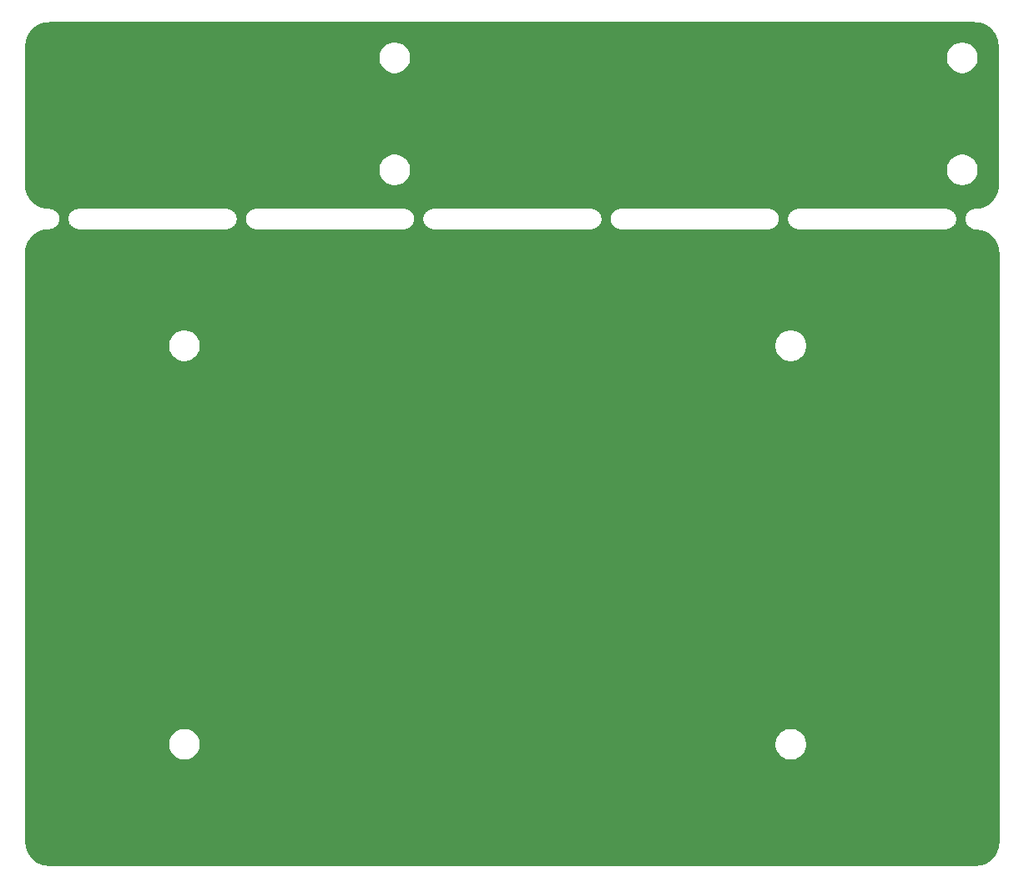
<source format=gbl>
G04 #@! TF.GenerationSoftware,KiCad,Pcbnew,(5.1.4-0-10_14)*
G04 #@! TF.CreationDate,2019-10-30T04:12:27+09:00*
G04 #@! TF.ProjectId,nilgiri_back,6e696c67-6972-4695-9f62-61636b2e6b69,rev?*
G04 #@! TF.SameCoordinates,Original*
G04 #@! TF.FileFunction,Copper,L2,Bot*
G04 #@! TF.FilePolarity,Positive*
%FSLAX46Y46*%
G04 Gerber Fmt 4.6, Leading zero omitted, Abs format (unit mm)*
G04 Created by KiCad (PCBNEW (5.1.4-0-10_14)) date 2019-10-30 04:12:27*
%MOMM*%
%LPD*%
G04 APERTURE LIST*
%ADD10C,0.254000*%
G04 APERTURE END LIST*
D10*
G36*
X182905692Y-38139813D02*
G01*
X183033071Y-38154362D01*
X183037604Y-38155004D01*
X183039185Y-38155061D01*
X183043364Y-38155538D01*
X183053277Y-38155628D01*
X183057078Y-38155636D01*
X183180070Y-38159193D01*
X183290505Y-38167774D01*
X183396293Y-38181038D01*
X183494682Y-38197920D01*
X183589908Y-38218556D01*
X183684029Y-38243221D01*
X183772778Y-38270499D01*
X183858160Y-38300584D01*
X183944725Y-38335085D01*
X184025027Y-38370853D01*
X184102251Y-38408857D01*
X184177132Y-38449270D01*
X184249984Y-38492155D01*
X184321127Y-38537651D01*
X184390596Y-38585768D01*
X184456406Y-38634979D01*
X184524181Y-38689654D01*
X184585594Y-38743007D01*
X184644778Y-38798212D01*
X184704531Y-38858096D01*
X184760548Y-38918449D01*
X184814827Y-38981309D01*
X184866187Y-39045289D01*
X184915503Y-39111443D01*
X184963439Y-39180878D01*
X185009885Y-39253817D01*
X185052412Y-39326456D01*
X185094223Y-39404502D01*
X185132281Y-39482625D01*
X185167753Y-39563181D01*
X185201209Y-39648110D01*
X185230859Y-39733227D01*
X185258463Y-39824309D01*
X185282202Y-39916405D01*
X185302945Y-40014063D01*
X185319395Y-40112626D01*
X185332233Y-40218998D01*
X185340113Y-40325957D01*
X185343528Y-40462048D01*
X185360505Y-40599572D01*
X185393306Y-40699119D01*
X185393305Y-54500636D01*
X185393283Y-54509729D01*
X185392754Y-54551516D01*
X185391514Y-54593351D01*
X185389790Y-54630622D01*
X185387471Y-54667990D01*
X185384575Y-54705166D01*
X185381111Y-54742129D01*
X185377073Y-54778952D01*
X185372461Y-54815709D01*
X185367614Y-54850073D01*
X185361836Y-54886957D01*
X185355586Y-54923126D01*
X185349292Y-54956557D01*
X185342363Y-54990593D01*
X185335077Y-55023889D01*
X185327539Y-55056118D01*
X185319709Y-55087612D01*
X185311273Y-55119610D01*
X185302600Y-55150756D01*
X185293036Y-55183320D01*
X185283510Y-55214136D01*
X185273551Y-55244859D01*
X185262996Y-55275943D01*
X185252399Y-55305816D01*
X185241232Y-55335980D01*
X185229778Y-55365681D01*
X185218556Y-55393680D01*
X185206763Y-55422036D01*
X185194734Y-55449940D01*
X185182544Y-55477257D01*
X185168170Y-55508330D01*
X185155232Y-55535342D01*
X185141910Y-55562270D01*
X185128237Y-55589047D01*
X185113270Y-55617444D01*
X185098951Y-55643773D01*
X185084467Y-55669625D01*
X185070410Y-55694013D01*
X185051914Y-55725132D01*
X185036435Y-55750381D01*
X185021227Y-55774518D01*
X185005155Y-55799357D01*
X184988664Y-55824159D01*
X184971742Y-55848929D01*
X184954876Y-55872971D01*
X184932630Y-55903761D01*
X184916260Y-55925779D01*
X184899246Y-55948112D01*
X184882060Y-55970131D01*
X184863336Y-55993536D01*
X184845805Y-56014910D01*
X184825215Y-56039388D01*
X184807135Y-56060346D01*
X184788457Y-56081489D01*
X184767169Y-56104988D01*
X184747346Y-56126320D01*
X184726879Y-56147805D01*
X184706165Y-56169016D01*
X184686817Y-56188352D01*
X184662691Y-56211854D01*
X184641346Y-56232105D01*
X184621167Y-56250792D01*
X184599498Y-56270381D01*
X184578342Y-56289044D01*
X184557826Y-56306715D01*
X184529142Y-56330746D01*
X184506648Y-56349062D01*
X184484826Y-56366390D01*
X184460734Y-56385035D01*
X184438118Y-56402086D01*
X184414803Y-56419218D01*
X184390985Y-56436264D01*
X184367007Y-56452970D01*
X184342416Y-56469638D01*
X184318420Y-56485463D01*
X184294032Y-56501110D01*
X184265945Y-56518597D01*
X184241670Y-56533259D01*
X184209727Y-56551933D01*
X184184422Y-56566238D01*
X184158908Y-56580227D01*
X184133794Y-56593582D01*
X184106666Y-56607554D01*
X184080357Y-56620660D01*
X184054456Y-56633141D01*
X184024661Y-56646996D01*
X183998121Y-56658890D01*
X183970293Y-56670910D01*
X183942237Y-56682569D01*
X183910336Y-56695276D01*
X183880046Y-56706810D01*
X183851496Y-56717212D01*
X183822667Y-56727255D01*
X183791761Y-56737521D01*
X183762942Y-56746623D01*
X183731827Y-56755954D01*
X183700799Y-56764749D01*
X183669619Y-56773077D01*
X183638478Y-56780889D01*
X183603152Y-56789150D01*
X183571847Y-56795939D01*
X183540319Y-56802269D01*
X183506662Y-56808473D01*
X183472466Y-56814199D01*
X183439176Y-56819215D01*
X183405727Y-56823703D01*
X183371489Y-56827725D01*
X183333519Y-56831513D01*
X183297691Y-56834447D01*
X183261552Y-56836773D01*
X183225603Y-56838456D01*
X183185364Y-56839600D01*
X183141077Y-56840021D01*
X183134745Y-56840065D01*
X183104945Y-56843198D01*
X183074975Y-56843198D01*
X183065811Y-56844162D01*
X182968836Y-56855039D01*
X182910342Y-56867472D01*
X182851642Y-56879095D01*
X182842839Y-56881820D01*
X182749823Y-56911326D01*
X182694863Y-56934882D01*
X182639536Y-56957686D01*
X182631430Y-56962069D01*
X182545917Y-57009080D01*
X182496594Y-57042853D01*
X182446732Y-57075982D01*
X182439632Y-57081856D01*
X182364880Y-57144581D01*
X182323053Y-57187294D01*
X182280584Y-57229467D01*
X182274760Y-57236609D01*
X182213614Y-57312659D01*
X182180893Y-57362661D01*
X182147407Y-57412306D01*
X182143081Y-57420443D01*
X182097871Y-57506922D01*
X182075462Y-57562388D01*
X182052283Y-57617527D01*
X182049620Y-57626349D01*
X182022068Y-57719961D01*
X182010866Y-57778682D01*
X181998829Y-57837322D01*
X181997930Y-57846493D01*
X181989086Y-57943675D01*
X181989504Y-58003491D01*
X181989086Y-58063308D01*
X181989985Y-58072479D01*
X182000185Y-58169527D01*
X182012219Y-58228152D01*
X182023422Y-58286884D01*
X182026086Y-58295706D01*
X182054942Y-58388925D01*
X182078125Y-58444075D01*
X182100533Y-58499537D01*
X182104860Y-58507673D01*
X182151272Y-58593511D01*
X182184720Y-58643098D01*
X182217477Y-58693156D01*
X182223301Y-58700297D01*
X182285503Y-58775486D01*
X182327952Y-58817639D01*
X182369797Y-58860371D01*
X182376898Y-58866245D01*
X182452518Y-58927921D01*
X182502383Y-58961052D01*
X182551708Y-58994825D01*
X182559803Y-58999202D01*
X182559806Y-58999204D01*
X182559809Y-58999205D01*
X182559814Y-58999208D01*
X182645975Y-59045020D01*
X182701267Y-59067809D01*
X182753147Y-59090046D01*
X182865337Y-59152018D01*
X182997334Y-59194184D01*
X183124713Y-59208733D01*
X183129246Y-59209375D01*
X183130827Y-59209432D01*
X183135006Y-59209909D01*
X183144919Y-59209999D01*
X183148720Y-59210007D01*
X183271712Y-59213564D01*
X183382147Y-59222145D01*
X183487935Y-59235409D01*
X183586324Y-59252291D01*
X183681550Y-59272927D01*
X183775671Y-59297592D01*
X183864420Y-59324870D01*
X183949802Y-59354955D01*
X184036367Y-59389456D01*
X184116669Y-59425224D01*
X184193893Y-59463228D01*
X184268774Y-59503641D01*
X184341621Y-59546523D01*
X184412769Y-59592022D01*
X184482238Y-59640139D01*
X184548048Y-59689350D01*
X184615823Y-59744025D01*
X184677236Y-59797378D01*
X184736420Y-59852583D01*
X184796173Y-59912467D01*
X184852190Y-59972820D01*
X184906469Y-60035680D01*
X184957829Y-60099660D01*
X185007145Y-60165814D01*
X185055081Y-60235249D01*
X185101527Y-60308188D01*
X185144054Y-60380827D01*
X185185865Y-60458873D01*
X185223923Y-60536996D01*
X185259395Y-60617552D01*
X185292851Y-60702481D01*
X185322501Y-60787598D01*
X185350105Y-60878680D01*
X185373844Y-60970776D01*
X185394587Y-61068434D01*
X185411037Y-61166997D01*
X185423875Y-61273369D01*
X185431755Y-61380328D01*
X185435170Y-61516419D01*
X185452147Y-61653943D01*
X185484947Y-61753487D01*
X185484948Y-120955065D01*
X185451212Y-121059589D01*
X185435075Y-121197213D01*
X185434956Y-121207126D01*
X185434856Y-121227077D01*
X185430770Y-121346869D01*
X185421642Y-121457598D01*
X185408515Y-121559051D01*
X185391212Y-121657961D01*
X185369750Y-121755248D01*
X185345471Y-121846560D01*
X185317708Y-121935860D01*
X185287518Y-122020682D01*
X185252906Y-122106787D01*
X185217567Y-122185574D01*
X185179099Y-122263275D01*
X185138761Y-122337593D01*
X185095704Y-122410359D01*
X185049976Y-122481513D01*
X185002871Y-122549250D01*
X184953447Y-122615137D01*
X184899033Y-122682397D01*
X184844984Y-122744423D01*
X184788606Y-122804629D01*
X184730092Y-122862799D01*
X184669532Y-122918841D01*
X184607183Y-122972527D01*
X184539587Y-123026551D01*
X184473436Y-123075559D01*
X184405602Y-123122127D01*
X184331093Y-123169297D01*
X184252949Y-123214613D01*
X184178670Y-123253972D01*
X184098705Y-123292525D01*
X184019279Y-123327109D01*
X183936490Y-123359403D01*
X183850739Y-123388986D01*
X183757986Y-123416753D01*
X183667187Y-123439830D01*
X183571859Y-123459818D01*
X183472788Y-123476131D01*
X183370029Y-123488382D01*
X183262084Y-123496239D01*
X183128865Y-123499518D01*
X182991334Y-123516429D01*
X182891405Y-123549303D01*
X89400905Y-123549303D01*
X89295776Y-123515457D01*
X89158139Y-123499421D01*
X89148226Y-123499310D01*
X89132949Y-123499245D01*
X89011067Y-123495248D01*
X88902269Y-123486418D01*
X88796480Y-123472814D01*
X88698604Y-123455712D01*
X88604666Y-123435095D01*
X88513966Y-123411168D01*
X88425171Y-123383779D01*
X88337631Y-123352800D01*
X88255444Y-123319965D01*
X88175172Y-123284210D01*
X88093908Y-123244131D01*
X88019481Y-123203798D01*
X87945614Y-123160119D01*
X87871680Y-123112535D01*
X87803783Y-123065176D01*
X87737937Y-123015629D01*
X87671914Y-122962083D01*
X87609826Y-122907877D01*
X87550009Y-122851770D01*
X87491889Y-122793218D01*
X87435873Y-122732596D01*
X87382144Y-122670102D01*
X87329385Y-122604041D01*
X87280310Y-122537797D01*
X87233666Y-122469852D01*
X87187310Y-122396689D01*
X87144796Y-122323698D01*
X87105091Y-122249310D01*
X87065478Y-122167703D01*
X87030621Y-122088126D01*
X86997648Y-122004049D01*
X86967733Y-121917747D01*
X86940923Y-121828854D01*
X86916378Y-121732975D01*
X86896289Y-121637483D01*
X86879918Y-121538447D01*
X86867660Y-121436197D01*
X86859761Y-121328978D01*
X86856349Y-121192897D01*
X86839375Y-121055373D01*
X86806572Y-120955814D01*
X86806572Y-111136842D01*
X101185000Y-111136842D01*
X101185000Y-111468758D01*
X101249754Y-111794296D01*
X101376772Y-112100947D01*
X101561175Y-112376925D01*
X101795875Y-112611625D01*
X102071853Y-112796028D01*
X102378504Y-112923046D01*
X102704042Y-112987800D01*
X103035958Y-112987800D01*
X103361496Y-112923046D01*
X103668147Y-112796028D01*
X103944125Y-112611625D01*
X104178825Y-112376925D01*
X104363228Y-112100947D01*
X104490246Y-111794296D01*
X104555000Y-111468758D01*
X104555000Y-111136842D01*
X162703800Y-111136842D01*
X162703800Y-111468758D01*
X162768554Y-111794296D01*
X162895572Y-112100947D01*
X163079975Y-112376925D01*
X163314675Y-112611625D01*
X163590653Y-112796028D01*
X163897304Y-112923046D01*
X164222842Y-112987800D01*
X164554758Y-112987800D01*
X164880296Y-112923046D01*
X165186947Y-112796028D01*
X165462925Y-112611625D01*
X165697625Y-112376925D01*
X165882028Y-112100947D01*
X166009046Y-111794296D01*
X166073800Y-111468758D01*
X166073800Y-111136842D01*
X166009046Y-110811304D01*
X165882028Y-110504653D01*
X165697625Y-110228675D01*
X165462925Y-109993975D01*
X165186947Y-109809572D01*
X164880296Y-109682554D01*
X164554758Y-109617800D01*
X164222842Y-109617800D01*
X163897304Y-109682554D01*
X163590653Y-109809572D01*
X163314675Y-109993975D01*
X163079975Y-110228675D01*
X162895572Y-110504653D01*
X162768554Y-110811304D01*
X162703800Y-111136842D01*
X104555000Y-111136842D01*
X104490246Y-110811304D01*
X104363228Y-110504653D01*
X104178825Y-110228675D01*
X103944125Y-109993975D01*
X103668147Y-109809572D01*
X103361496Y-109682554D01*
X103035958Y-109617800D01*
X102704042Y-109617800D01*
X102378504Y-109682554D01*
X102071853Y-109809572D01*
X101795875Y-109993975D01*
X101561175Y-110228675D01*
X101376772Y-110504653D01*
X101249754Y-110811304D01*
X101185000Y-111136842D01*
X86806572Y-111136842D01*
X86806572Y-70700042D01*
X101185000Y-70700042D01*
X101185000Y-71031958D01*
X101249754Y-71357496D01*
X101376772Y-71664147D01*
X101561175Y-71940125D01*
X101795875Y-72174825D01*
X102071853Y-72359228D01*
X102378504Y-72486246D01*
X102704042Y-72551000D01*
X103035958Y-72551000D01*
X103361496Y-72486246D01*
X103668147Y-72359228D01*
X103944125Y-72174825D01*
X104178825Y-71940125D01*
X104363228Y-71664147D01*
X104490246Y-71357496D01*
X104555000Y-71031958D01*
X104555000Y-70700042D01*
X162703800Y-70700042D01*
X162703800Y-71031958D01*
X162768554Y-71357496D01*
X162895572Y-71664147D01*
X163079975Y-71940125D01*
X163314675Y-72174825D01*
X163590653Y-72359228D01*
X163897304Y-72486246D01*
X164222842Y-72551000D01*
X164554758Y-72551000D01*
X164880296Y-72486246D01*
X165186947Y-72359228D01*
X165462925Y-72174825D01*
X165697625Y-71940125D01*
X165882028Y-71664147D01*
X166009046Y-71357496D01*
X166073800Y-71031958D01*
X166073800Y-70700042D01*
X166009046Y-70374504D01*
X165882028Y-70067853D01*
X165697625Y-69791875D01*
X165462925Y-69557175D01*
X165186947Y-69372772D01*
X164880296Y-69245754D01*
X164554758Y-69181000D01*
X164222842Y-69181000D01*
X163897304Y-69245754D01*
X163590653Y-69372772D01*
X163314675Y-69557175D01*
X163079975Y-69791875D01*
X162895572Y-70067853D01*
X162768554Y-70374504D01*
X162703800Y-70700042D01*
X104555000Y-70700042D01*
X104490246Y-70374504D01*
X104363228Y-70067853D01*
X104178825Y-69791875D01*
X103944125Y-69557175D01*
X103668147Y-69372772D01*
X103361496Y-69245754D01*
X103035958Y-69181000D01*
X102704042Y-69181000D01*
X102378504Y-69245754D01*
X102071853Y-69372772D01*
X101795875Y-69557175D01*
X101561175Y-69791875D01*
X101376772Y-70067853D01*
X101249754Y-70374504D01*
X101185000Y-70700042D01*
X86806572Y-70700042D01*
X86806572Y-61499454D01*
X86806591Y-61490192D01*
X86807152Y-61446736D01*
X86808275Y-61408793D01*
X86809984Y-61371221D01*
X86812270Y-61333960D01*
X86815127Y-61296959D01*
X86818765Y-61258079D01*
X86823289Y-61217181D01*
X86827634Y-61182982D01*
X86832857Y-61146370D01*
X86838261Y-61112235D01*
X86844568Y-61075995D01*
X86851102Y-61041596D01*
X86857924Y-61008380D01*
X86865392Y-60974563D01*
X86872956Y-60942529D01*
X86881170Y-60909853D01*
X86890587Y-60874641D01*
X86899333Y-60843780D01*
X86908734Y-60812297D01*
X86918107Y-60782425D01*
X86927681Y-60753289D01*
X86938700Y-60721261D01*
X86949070Y-60692430D01*
X86959641Y-60664212D01*
X86971283Y-60634365D01*
X86984022Y-60603025D01*
X86998081Y-60569863D01*
X87010047Y-60542712D01*
X87023396Y-60513489D01*
X87036222Y-60486380D01*
X87049669Y-60458881D01*
X87062981Y-60432533D01*
X87076905Y-60405827D01*
X87091061Y-60379510D01*
X87106678Y-60351372D01*
X87120723Y-60326820D01*
X87135771Y-60301265D01*
X87151276Y-60275685D01*
X87167152Y-60250231D01*
X87183636Y-60224543D01*
X87199019Y-60201222D01*
X87215533Y-60176840D01*
X87233809Y-60150602D01*
X87250915Y-60126713D01*
X87267756Y-60103798D01*
X87285704Y-60080002D01*
X87305336Y-60054671D01*
X87322603Y-60032965D01*
X87341467Y-60009847D01*
X87362924Y-59984247D01*
X87380487Y-59963846D01*
X87413765Y-59926425D01*
X87432171Y-59906386D01*
X87452400Y-59884901D01*
X87471729Y-59864866D01*
X87492949Y-59843408D01*
X87512825Y-59823793D01*
X87534444Y-59802978D01*
X87554833Y-59783826D01*
X87575913Y-59764497D01*
X87596404Y-59746152D01*
X87619082Y-59726345D01*
X87640366Y-59708210D01*
X87661968Y-59690247D01*
X87683891Y-59672452D01*
X87705761Y-59655133D01*
X87729541Y-59636775D01*
X87753583Y-59618697D01*
X87776074Y-59602216D01*
X87800163Y-59585015D01*
X87823605Y-59568711D01*
X87846880Y-59552940D01*
X87870316Y-59537463D01*
X87896103Y-59520895D01*
X87920699Y-59505532D01*
X87944920Y-59490815D01*
X87972483Y-59474548D01*
X87999746Y-59458958D01*
X88032949Y-59440618D01*
X88059044Y-59426686D01*
X88085634Y-59412932D01*
X88114197Y-59398634D01*
X88142990Y-59384711D01*
X88170646Y-59371793D01*
X88197636Y-59359612D01*
X88225812Y-59347332D01*
X88253237Y-59335804D01*
X88281281Y-59324441D01*
X88309485Y-59313438D01*
X88337759Y-59302834D01*
X88367933Y-59291979D01*
X88402087Y-59280252D01*
X88434175Y-59269776D01*
X88468840Y-59259033D01*
X88499638Y-59249984D01*
X88531200Y-59241193D01*
X88563643Y-59232654D01*
X88595174Y-59224832D01*
X88627171Y-59217376D01*
X88663071Y-59209573D01*
X88695156Y-59203100D01*
X88731493Y-59196335D01*
X88765041Y-59190616D01*
X88799583Y-59185254D01*
X88834228Y-59180404D01*
X88868913Y-59176079D01*
X88905870Y-59172046D01*
X88942933Y-59168591D01*
X88979468Y-59165767D01*
X89027853Y-59162898D01*
X89068004Y-59161260D01*
X89106133Y-59160337D01*
X89150386Y-59159980D01*
X89156796Y-59159935D01*
X89186596Y-59156802D01*
X89216566Y-59156802D01*
X89225730Y-59155838D01*
X89322705Y-59144961D01*
X89381185Y-59132531D01*
X89439900Y-59120905D01*
X89448703Y-59118180D01*
X89541718Y-59088674D01*
X89596678Y-59065118D01*
X89652005Y-59042314D01*
X89660111Y-59037931D01*
X89745623Y-58990920D01*
X89794954Y-58957143D01*
X89844809Y-58924019D01*
X89851902Y-58918149D01*
X89851906Y-58918147D01*
X89851909Y-58918144D01*
X89926661Y-58855419D01*
X89968504Y-58812690D01*
X90010957Y-58770533D01*
X90016781Y-58763391D01*
X90016784Y-58763388D01*
X90016787Y-58763384D01*
X90077927Y-58687341D01*
X90110670Y-58637305D01*
X90144134Y-58587693D01*
X90148460Y-58579557D01*
X90193670Y-58493077D01*
X90216073Y-58437626D01*
X90239258Y-58382473D01*
X90241921Y-58373651D01*
X90269473Y-58280040D01*
X90280679Y-58221297D01*
X90292712Y-58162678D01*
X90293611Y-58153507D01*
X90302455Y-58056324D01*
X90302037Y-57996509D01*
X90302406Y-57943675D01*
X90987911Y-57943675D01*
X90988329Y-58003492D01*
X90987911Y-58063308D01*
X90988810Y-58072479D01*
X90999010Y-58169527D01*
X91011044Y-58228152D01*
X91022247Y-58286884D01*
X91024911Y-58295706D01*
X91053767Y-58388925D01*
X91076950Y-58444075D01*
X91099358Y-58499537D01*
X91103685Y-58507673D01*
X91150097Y-58593511D01*
X91183545Y-58643098D01*
X91216302Y-58693156D01*
X91222126Y-58700297D01*
X91284328Y-58775486D01*
X91326777Y-58817639D01*
X91368622Y-58860371D01*
X91375723Y-58866245D01*
X91451343Y-58927921D01*
X91501208Y-58961052D01*
X91550533Y-58994825D01*
X91558628Y-58999202D01*
X91558631Y-58999204D01*
X91558634Y-58999205D01*
X91558639Y-58999208D01*
X91644800Y-59045020D01*
X91700092Y-59067809D01*
X91755081Y-59091378D01*
X91763884Y-59094103D01*
X91857302Y-59122308D01*
X91916009Y-59133933D01*
X91974499Y-59146365D01*
X91983653Y-59147327D01*
X91983659Y-59147328D01*
X91983664Y-59147328D01*
X92080781Y-59156850D01*
X92112764Y-59160000D01*
X107177602Y-59160000D01*
X107210073Y-59156802D01*
X107216566Y-59156802D01*
X107225730Y-59155838D01*
X107268014Y-59151095D01*
X107274566Y-59150450D01*
X107275035Y-59150308D01*
X107322705Y-59144961D01*
X107381185Y-59132531D01*
X107439900Y-59120905D01*
X107448703Y-59118180D01*
X107541718Y-59088674D01*
X107596678Y-59065118D01*
X107652005Y-59042314D01*
X107660111Y-59037931D01*
X107745623Y-58990920D01*
X107794954Y-58957143D01*
X107844809Y-58924019D01*
X107851902Y-58918149D01*
X107851906Y-58918147D01*
X107851909Y-58918144D01*
X107926661Y-58855419D01*
X107968504Y-58812690D01*
X108010957Y-58770533D01*
X108016781Y-58763391D01*
X108016784Y-58763388D01*
X108016787Y-58763384D01*
X108077927Y-58687341D01*
X108110670Y-58637305D01*
X108144134Y-58587693D01*
X108148460Y-58579557D01*
X108193670Y-58493077D01*
X108216073Y-58437626D01*
X108239258Y-58382473D01*
X108241921Y-58373651D01*
X108269473Y-58280040D01*
X108280679Y-58221297D01*
X108292712Y-58162678D01*
X108293611Y-58153507D01*
X108302455Y-58056324D01*
X108302037Y-57996509D01*
X108302406Y-57943675D01*
X108987911Y-57943675D01*
X108988329Y-58003492D01*
X108987911Y-58063308D01*
X108988810Y-58072479D01*
X108999010Y-58169527D01*
X109011044Y-58228152D01*
X109022247Y-58286884D01*
X109024911Y-58295706D01*
X109053767Y-58388925D01*
X109076950Y-58444075D01*
X109099358Y-58499537D01*
X109103685Y-58507673D01*
X109150097Y-58593511D01*
X109183545Y-58643098D01*
X109216302Y-58693156D01*
X109222126Y-58700297D01*
X109284328Y-58775486D01*
X109326777Y-58817639D01*
X109368622Y-58860371D01*
X109375723Y-58866245D01*
X109451343Y-58927921D01*
X109501208Y-58961052D01*
X109550533Y-58994825D01*
X109558628Y-58999202D01*
X109558631Y-58999204D01*
X109558634Y-58999205D01*
X109558639Y-58999208D01*
X109644800Y-59045020D01*
X109700092Y-59067809D01*
X109755081Y-59091378D01*
X109763884Y-59094103D01*
X109857302Y-59122308D01*
X109916009Y-59133933D01*
X109974499Y-59146365D01*
X109983653Y-59147327D01*
X109983659Y-59147328D01*
X109983664Y-59147328D01*
X110080781Y-59156850D01*
X110112764Y-59160000D01*
X125177602Y-59160000D01*
X125210073Y-59156802D01*
X125216566Y-59156802D01*
X125225730Y-59155838D01*
X125268014Y-59151095D01*
X125274566Y-59150450D01*
X125275035Y-59150308D01*
X125322705Y-59144961D01*
X125381185Y-59132531D01*
X125439900Y-59120905D01*
X125448703Y-59118180D01*
X125541718Y-59088674D01*
X125596678Y-59065118D01*
X125652005Y-59042314D01*
X125660111Y-59037931D01*
X125745623Y-58990920D01*
X125794954Y-58957143D01*
X125844809Y-58924019D01*
X125851902Y-58918149D01*
X125851906Y-58918147D01*
X125851909Y-58918144D01*
X125926661Y-58855419D01*
X125968504Y-58812690D01*
X126010957Y-58770533D01*
X126016781Y-58763391D01*
X126016784Y-58763388D01*
X126016787Y-58763384D01*
X126077927Y-58687341D01*
X126110670Y-58637305D01*
X126144134Y-58587693D01*
X126148460Y-58579557D01*
X126193670Y-58493077D01*
X126216073Y-58437626D01*
X126239258Y-58382473D01*
X126241921Y-58373651D01*
X126269473Y-58280040D01*
X126280679Y-58221297D01*
X126292712Y-58162678D01*
X126293611Y-58153507D01*
X126302455Y-58056324D01*
X126302037Y-57996509D01*
X126302406Y-57943675D01*
X126987911Y-57943675D01*
X126988329Y-58003492D01*
X126987911Y-58063308D01*
X126988810Y-58072479D01*
X126999010Y-58169527D01*
X127011044Y-58228152D01*
X127022247Y-58286884D01*
X127024911Y-58295706D01*
X127053767Y-58388925D01*
X127076950Y-58444075D01*
X127099358Y-58499537D01*
X127103685Y-58507673D01*
X127150097Y-58593511D01*
X127183545Y-58643098D01*
X127216302Y-58693156D01*
X127222126Y-58700297D01*
X127284328Y-58775486D01*
X127326777Y-58817639D01*
X127368622Y-58860371D01*
X127375723Y-58866245D01*
X127451343Y-58927921D01*
X127501208Y-58961052D01*
X127550533Y-58994825D01*
X127558628Y-58999202D01*
X127558631Y-58999204D01*
X127558634Y-58999205D01*
X127558639Y-58999208D01*
X127644800Y-59045020D01*
X127700092Y-59067809D01*
X127755081Y-59091378D01*
X127763884Y-59094103D01*
X127857302Y-59122308D01*
X127916009Y-59133933D01*
X127974499Y-59146365D01*
X127983653Y-59147327D01*
X127983659Y-59147328D01*
X127983664Y-59147328D01*
X128080781Y-59156850D01*
X128112764Y-59160000D01*
X144177602Y-59160000D01*
X144210073Y-59156802D01*
X144216566Y-59156802D01*
X144225730Y-59155838D01*
X144268014Y-59151095D01*
X144274566Y-59150450D01*
X144275035Y-59150308D01*
X144322705Y-59144961D01*
X144381185Y-59132531D01*
X144439900Y-59120905D01*
X144448703Y-59118180D01*
X144541718Y-59088674D01*
X144596678Y-59065118D01*
X144652005Y-59042314D01*
X144660111Y-59037931D01*
X144745623Y-58990920D01*
X144794954Y-58957143D01*
X144844809Y-58924019D01*
X144851902Y-58918149D01*
X144851906Y-58918147D01*
X144851909Y-58918144D01*
X144926661Y-58855419D01*
X144968504Y-58812690D01*
X145010957Y-58770533D01*
X145016781Y-58763391D01*
X145016784Y-58763388D01*
X145016787Y-58763384D01*
X145077927Y-58687341D01*
X145110670Y-58637305D01*
X145144134Y-58587693D01*
X145148460Y-58579557D01*
X145193670Y-58493077D01*
X145216073Y-58437626D01*
X145239258Y-58382473D01*
X145241921Y-58373651D01*
X145269473Y-58280040D01*
X145280679Y-58221297D01*
X145292712Y-58162678D01*
X145293611Y-58153507D01*
X145302455Y-58056324D01*
X145302037Y-57996509D01*
X145302406Y-57943675D01*
X145987911Y-57943675D01*
X145988329Y-58003491D01*
X145987911Y-58063308D01*
X145988810Y-58072479D01*
X145999010Y-58169527D01*
X146011044Y-58228152D01*
X146022247Y-58286884D01*
X146024911Y-58295706D01*
X146053767Y-58388925D01*
X146076950Y-58444075D01*
X146099358Y-58499537D01*
X146103685Y-58507673D01*
X146150097Y-58593511D01*
X146183545Y-58643098D01*
X146216302Y-58693156D01*
X146222126Y-58700297D01*
X146284328Y-58775486D01*
X146326777Y-58817639D01*
X146368622Y-58860371D01*
X146375723Y-58866245D01*
X146451343Y-58927921D01*
X146501208Y-58961052D01*
X146550533Y-58994825D01*
X146558628Y-58999202D01*
X146558631Y-58999204D01*
X146558634Y-58999205D01*
X146558639Y-58999208D01*
X146644800Y-59045020D01*
X146700092Y-59067809D01*
X146755081Y-59091378D01*
X146763884Y-59094103D01*
X146857302Y-59122308D01*
X146916009Y-59133933D01*
X146974499Y-59146365D01*
X146983653Y-59147327D01*
X146983659Y-59147328D01*
X146983664Y-59147328D01*
X147080781Y-59156850D01*
X147112764Y-59160000D01*
X162177602Y-59160000D01*
X162210073Y-59156802D01*
X162216566Y-59156802D01*
X162225730Y-59155838D01*
X162268014Y-59151095D01*
X162274566Y-59150450D01*
X162275035Y-59150308D01*
X162322705Y-59144961D01*
X162381185Y-59132531D01*
X162439900Y-59120905D01*
X162448703Y-59118180D01*
X162541718Y-59088674D01*
X162596678Y-59065118D01*
X162652005Y-59042314D01*
X162660111Y-59037931D01*
X162745623Y-58990920D01*
X162794954Y-58957143D01*
X162844809Y-58924019D01*
X162851902Y-58918149D01*
X162851906Y-58918147D01*
X162851909Y-58918144D01*
X162926661Y-58855419D01*
X162968504Y-58812690D01*
X163010957Y-58770533D01*
X163016781Y-58763391D01*
X163016784Y-58763388D01*
X163016787Y-58763384D01*
X163077927Y-58687341D01*
X163110670Y-58637305D01*
X163144134Y-58587693D01*
X163148460Y-58579557D01*
X163193670Y-58493077D01*
X163216073Y-58437626D01*
X163239258Y-58382473D01*
X163241921Y-58373651D01*
X163269473Y-58280040D01*
X163280679Y-58221297D01*
X163292712Y-58162678D01*
X163293611Y-58153507D01*
X163302455Y-58056324D01*
X163302037Y-57996509D01*
X163302406Y-57943675D01*
X163987911Y-57943675D01*
X163988329Y-58003491D01*
X163987911Y-58063308D01*
X163988810Y-58072479D01*
X163999010Y-58169527D01*
X164011044Y-58228152D01*
X164022247Y-58286884D01*
X164024911Y-58295706D01*
X164053767Y-58388925D01*
X164076950Y-58444075D01*
X164099358Y-58499537D01*
X164103685Y-58507673D01*
X164150097Y-58593511D01*
X164183545Y-58643098D01*
X164216302Y-58693156D01*
X164222126Y-58700297D01*
X164284328Y-58775486D01*
X164326777Y-58817639D01*
X164368622Y-58860371D01*
X164375723Y-58866245D01*
X164451343Y-58927921D01*
X164501208Y-58961052D01*
X164550533Y-58994825D01*
X164558628Y-58999202D01*
X164558631Y-58999204D01*
X164558634Y-58999205D01*
X164558639Y-58999208D01*
X164644800Y-59045020D01*
X164700092Y-59067809D01*
X164755081Y-59091378D01*
X164763884Y-59094103D01*
X164857302Y-59122308D01*
X164916009Y-59133933D01*
X164974499Y-59146365D01*
X164983653Y-59147327D01*
X164983659Y-59147328D01*
X164983664Y-59147328D01*
X165080781Y-59156850D01*
X165112764Y-59160000D01*
X180177602Y-59160000D01*
X180210073Y-59156802D01*
X180216566Y-59156802D01*
X180225730Y-59155838D01*
X180268014Y-59151095D01*
X180274566Y-59150450D01*
X180275035Y-59150308D01*
X180322705Y-59144961D01*
X180381185Y-59132531D01*
X180439900Y-59120905D01*
X180448703Y-59118180D01*
X180541718Y-59088674D01*
X180596678Y-59065118D01*
X180652005Y-59042314D01*
X180660111Y-59037931D01*
X180745623Y-58990920D01*
X180794954Y-58957143D01*
X180844809Y-58924019D01*
X180851902Y-58918149D01*
X180851906Y-58918147D01*
X180851909Y-58918144D01*
X180926661Y-58855419D01*
X180968504Y-58812690D01*
X181010957Y-58770533D01*
X181016781Y-58763391D01*
X181016784Y-58763388D01*
X181016787Y-58763384D01*
X181077927Y-58687341D01*
X181110670Y-58637305D01*
X181144134Y-58587693D01*
X181148460Y-58579557D01*
X181193670Y-58493077D01*
X181216073Y-58437626D01*
X181239258Y-58382473D01*
X181241921Y-58373651D01*
X181269473Y-58280040D01*
X181280679Y-58221297D01*
X181292712Y-58162678D01*
X181293611Y-58153507D01*
X181302455Y-58056324D01*
X181302037Y-57996509D01*
X181302455Y-57936693D01*
X181301556Y-57927522D01*
X181291356Y-57830473D01*
X181279323Y-57771854D01*
X181268119Y-57713116D01*
X181265455Y-57704294D01*
X181236599Y-57611075D01*
X181213421Y-57555937D01*
X181191008Y-57500463D01*
X181186681Y-57492327D01*
X181140268Y-57406489D01*
X181106828Y-57356913D01*
X181074064Y-57306844D01*
X181068240Y-57299703D01*
X181006038Y-57224514D01*
X180963589Y-57182361D01*
X180921744Y-57139629D01*
X180914643Y-57133755D01*
X180839022Y-57072079D01*
X180789217Y-57038988D01*
X180739833Y-57005174D01*
X180731727Y-57000792D01*
X180645566Y-56954980D01*
X180590274Y-56932191D01*
X180535285Y-56908622D01*
X180526482Y-56905897D01*
X180433064Y-56877692D01*
X180374357Y-56866067D01*
X180315867Y-56853635D01*
X180306713Y-56852673D01*
X180306707Y-56852672D01*
X180306702Y-56852672D01*
X180209585Y-56843150D01*
X180177602Y-56840000D01*
X165112764Y-56840000D01*
X165080293Y-56843198D01*
X165073800Y-56843198D01*
X165064636Y-56844162D01*
X165022352Y-56848905D01*
X165015800Y-56849550D01*
X165015331Y-56849692D01*
X164967661Y-56855039D01*
X164909167Y-56867472D01*
X164850467Y-56879095D01*
X164841664Y-56881820D01*
X164748648Y-56911326D01*
X164693688Y-56934882D01*
X164638361Y-56957686D01*
X164630255Y-56962069D01*
X164544742Y-57009080D01*
X164495419Y-57042853D01*
X164445557Y-57075982D01*
X164438457Y-57081856D01*
X164363705Y-57144581D01*
X164321878Y-57187294D01*
X164279409Y-57229467D01*
X164273585Y-57236609D01*
X164212439Y-57312659D01*
X164179718Y-57362661D01*
X164146232Y-57412306D01*
X164141906Y-57420443D01*
X164096696Y-57506922D01*
X164074287Y-57562388D01*
X164051108Y-57617527D01*
X164048445Y-57626349D01*
X164020893Y-57719961D01*
X164009691Y-57778682D01*
X163997654Y-57837322D01*
X163996755Y-57846493D01*
X163987911Y-57943675D01*
X163302406Y-57943675D01*
X163302455Y-57936693D01*
X163301556Y-57927522D01*
X163291356Y-57830473D01*
X163279323Y-57771854D01*
X163268119Y-57713116D01*
X163265455Y-57704294D01*
X163236599Y-57611075D01*
X163213421Y-57555937D01*
X163191008Y-57500463D01*
X163186681Y-57492327D01*
X163140268Y-57406489D01*
X163106828Y-57356913D01*
X163074064Y-57306844D01*
X163068240Y-57299703D01*
X163006038Y-57224514D01*
X162963589Y-57182361D01*
X162921744Y-57139629D01*
X162914643Y-57133755D01*
X162839022Y-57072079D01*
X162789217Y-57038988D01*
X162739833Y-57005174D01*
X162731727Y-57000792D01*
X162645566Y-56954980D01*
X162590274Y-56932191D01*
X162535285Y-56908622D01*
X162526482Y-56905897D01*
X162433064Y-56877692D01*
X162374357Y-56866067D01*
X162315867Y-56853635D01*
X162306713Y-56852673D01*
X162306707Y-56852672D01*
X162306702Y-56852672D01*
X162209585Y-56843150D01*
X162177602Y-56840000D01*
X147112764Y-56840000D01*
X147080293Y-56843198D01*
X147073800Y-56843198D01*
X147064636Y-56844162D01*
X147022352Y-56848905D01*
X147015800Y-56849550D01*
X147015331Y-56849692D01*
X146967661Y-56855039D01*
X146909167Y-56867472D01*
X146850467Y-56879095D01*
X146841664Y-56881820D01*
X146748648Y-56911326D01*
X146693688Y-56934882D01*
X146638361Y-56957686D01*
X146630255Y-56962069D01*
X146544742Y-57009080D01*
X146495419Y-57042853D01*
X146445557Y-57075982D01*
X146438457Y-57081856D01*
X146363705Y-57144581D01*
X146321878Y-57187294D01*
X146279409Y-57229467D01*
X146273585Y-57236609D01*
X146212439Y-57312659D01*
X146179718Y-57362661D01*
X146146232Y-57412306D01*
X146141906Y-57420443D01*
X146096696Y-57506922D01*
X146074287Y-57562388D01*
X146051108Y-57617527D01*
X146048445Y-57626349D01*
X146020893Y-57719961D01*
X146009691Y-57778682D01*
X145997654Y-57837322D01*
X145996755Y-57846493D01*
X145987911Y-57943675D01*
X145302406Y-57943675D01*
X145302455Y-57936693D01*
X145301556Y-57927522D01*
X145291356Y-57830473D01*
X145279323Y-57771854D01*
X145268119Y-57713116D01*
X145265455Y-57704294D01*
X145236599Y-57611075D01*
X145213421Y-57555937D01*
X145191008Y-57500463D01*
X145186681Y-57492327D01*
X145140268Y-57406489D01*
X145106828Y-57356913D01*
X145074064Y-57306844D01*
X145068240Y-57299703D01*
X145006038Y-57224514D01*
X144963589Y-57182361D01*
X144921744Y-57139629D01*
X144914643Y-57133755D01*
X144839022Y-57072079D01*
X144789217Y-57038988D01*
X144739833Y-57005174D01*
X144731727Y-57000792D01*
X144645566Y-56954980D01*
X144590274Y-56932191D01*
X144535285Y-56908622D01*
X144526482Y-56905897D01*
X144433064Y-56877692D01*
X144374357Y-56866067D01*
X144315867Y-56853635D01*
X144306713Y-56852673D01*
X144306707Y-56852672D01*
X144306702Y-56852672D01*
X144209585Y-56843150D01*
X144177602Y-56840000D01*
X128112764Y-56840000D01*
X128080293Y-56843198D01*
X128073800Y-56843198D01*
X128064636Y-56844162D01*
X128022352Y-56848905D01*
X128015800Y-56849550D01*
X128015331Y-56849692D01*
X127967661Y-56855039D01*
X127909167Y-56867472D01*
X127850467Y-56879095D01*
X127841664Y-56881820D01*
X127748648Y-56911326D01*
X127693688Y-56934882D01*
X127638361Y-56957686D01*
X127630255Y-56962069D01*
X127544742Y-57009080D01*
X127495419Y-57042853D01*
X127445557Y-57075982D01*
X127438457Y-57081856D01*
X127363705Y-57144581D01*
X127321878Y-57187294D01*
X127279409Y-57229467D01*
X127273585Y-57236609D01*
X127212439Y-57312659D01*
X127179718Y-57362661D01*
X127146232Y-57412306D01*
X127141906Y-57420443D01*
X127096696Y-57506922D01*
X127074287Y-57562388D01*
X127051108Y-57617527D01*
X127048445Y-57626349D01*
X127020893Y-57719961D01*
X127009691Y-57778682D01*
X126997654Y-57837322D01*
X126996755Y-57846493D01*
X126987911Y-57943675D01*
X126302406Y-57943675D01*
X126302455Y-57936693D01*
X126301556Y-57927522D01*
X126291356Y-57830473D01*
X126279323Y-57771854D01*
X126268119Y-57713116D01*
X126265455Y-57704294D01*
X126236599Y-57611075D01*
X126213421Y-57555937D01*
X126191008Y-57500463D01*
X126186681Y-57492327D01*
X126140268Y-57406489D01*
X126106828Y-57356913D01*
X126074064Y-57306844D01*
X126068240Y-57299703D01*
X126006038Y-57224514D01*
X125963589Y-57182361D01*
X125921744Y-57139629D01*
X125914643Y-57133755D01*
X125839022Y-57072079D01*
X125789217Y-57038988D01*
X125739833Y-57005174D01*
X125731727Y-57000792D01*
X125645566Y-56954980D01*
X125590274Y-56932191D01*
X125535285Y-56908622D01*
X125526482Y-56905897D01*
X125433064Y-56877692D01*
X125374357Y-56866067D01*
X125315867Y-56853635D01*
X125306713Y-56852673D01*
X125306707Y-56852672D01*
X125306702Y-56852672D01*
X125209585Y-56843150D01*
X125177602Y-56840000D01*
X110112764Y-56840000D01*
X110080293Y-56843198D01*
X110073800Y-56843198D01*
X110064636Y-56844162D01*
X110022352Y-56848905D01*
X110015800Y-56849550D01*
X110015331Y-56849692D01*
X109967661Y-56855039D01*
X109909167Y-56867472D01*
X109850467Y-56879095D01*
X109841664Y-56881820D01*
X109748648Y-56911326D01*
X109693688Y-56934882D01*
X109638361Y-56957686D01*
X109630255Y-56962069D01*
X109544742Y-57009080D01*
X109495419Y-57042853D01*
X109445557Y-57075982D01*
X109438457Y-57081856D01*
X109363705Y-57144581D01*
X109321878Y-57187294D01*
X109279409Y-57229467D01*
X109273585Y-57236609D01*
X109212439Y-57312659D01*
X109179718Y-57362661D01*
X109146232Y-57412306D01*
X109141906Y-57420443D01*
X109096696Y-57506922D01*
X109074287Y-57562388D01*
X109051108Y-57617527D01*
X109048445Y-57626349D01*
X109020893Y-57719961D01*
X109009691Y-57778682D01*
X108997654Y-57837322D01*
X108996755Y-57846493D01*
X108987911Y-57943675D01*
X108302406Y-57943675D01*
X108302455Y-57936693D01*
X108301556Y-57927522D01*
X108291356Y-57830473D01*
X108279323Y-57771854D01*
X108268119Y-57713116D01*
X108265455Y-57704294D01*
X108236599Y-57611075D01*
X108213421Y-57555937D01*
X108191008Y-57500463D01*
X108186681Y-57492327D01*
X108140268Y-57406489D01*
X108106828Y-57356913D01*
X108074064Y-57306844D01*
X108068240Y-57299703D01*
X108006038Y-57224514D01*
X107963589Y-57182361D01*
X107921744Y-57139629D01*
X107914643Y-57133755D01*
X107839022Y-57072079D01*
X107789217Y-57038988D01*
X107739833Y-57005174D01*
X107731727Y-57000792D01*
X107645566Y-56954980D01*
X107590274Y-56932191D01*
X107535285Y-56908622D01*
X107526482Y-56905897D01*
X107433064Y-56877692D01*
X107374357Y-56866067D01*
X107315867Y-56853635D01*
X107306713Y-56852673D01*
X107306707Y-56852672D01*
X107306702Y-56852672D01*
X107209585Y-56843150D01*
X107177602Y-56840000D01*
X92112764Y-56840000D01*
X92080293Y-56843198D01*
X92073800Y-56843198D01*
X92064636Y-56844162D01*
X92022352Y-56848905D01*
X92015800Y-56849550D01*
X92015331Y-56849692D01*
X91967661Y-56855039D01*
X91909167Y-56867472D01*
X91850467Y-56879095D01*
X91841664Y-56881820D01*
X91748648Y-56911326D01*
X91693688Y-56934882D01*
X91638361Y-56957686D01*
X91630255Y-56962069D01*
X91544742Y-57009080D01*
X91495419Y-57042853D01*
X91445557Y-57075982D01*
X91438457Y-57081856D01*
X91363705Y-57144581D01*
X91321878Y-57187294D01*
X91279409Y-57229467D01*
X91273585Y-57236609D01*
X91212439Y-57312659D01*
X91179718Y-57362661D01*
X91146232Y-57412306D01*
X91141906Y-57420443D01*
X91096696Y-57506922D01*
X91074287Y-57562388D01*
X91051108Y-57617527D01*
X91048445Y-57626349D01*
X91020893Y-57719961D01*
X91009691Y-57778682D01*
X90997654Y-57837322D01*
X90996755Y-57846493D01*
X90987911Y-57943675D01*
X90302406Y-57943675D01*
X90302455Y-57936693D01*
X90301556Y-57927522D01*
X90291356Y-57830473D01*
X90279323Y-57771854D01*
X90268119Y-57713116D01*
X90265455Y-57704294D01*
X90236599Y-57611075D01*
X90213421Y-57555937D01*
X90191008Y-57500463D01*
X90186681Y-57492327D01*
X90140268Y-57406489D01*
X90106828Y-57356913D01*
X90074064Y-57306844D01*
X90068240Y-57299703D01*
X90006038Y-57224514D01*
X89963589Y-57182361D01*
X89921744Y-57139629D01*
X89914643Y-57133755D01*
X89839022Y-57072079D01*
X89789217Y-57038988D01*
X89739833Y-57005174D01*
X89731727Y-57000792D01*
X89645566Y-56954980D01*
X89590274Y-56932191D01*
X89535285Y-56908622D01*
X89526482Y-56905897D01*
X89433064Y-56877692D01*
X89374357Y-56866067D01*
X89315867Y-56853635D01*
X89306713Y-56852673D01*
X89306707Y-56852672D01*
X89306702Y-56852672D01*
X89209585Y-56843150D01*
X89183946Y-56843150D01*
X89158479Y-56840134D01*
X89149265Y-56840013D01*
X89116592Y-56839811D01*
X89075530Y-56838961D01*
X89036537Y-56837507D01*
X88998596Y-56835475D01*
X88962046Y-56832940D01*
X88922925Y-56829593D01*
X88886423Y-56825873D01*
X88845549Y-56821025D01*
X88809244Y-56816107D01*
X88775100Y-56810949D01*
X88738307Y-56804808D01*
X88702915Y-56798330D01*
X88669028Y-56791594D01*
X88635276Y-56784361D01*
X88603675Y-56777110D01*
X88571528Y-56769254D01*
X88540179Y-56761124D01*
X88507496Y-56752147D01*
X88476748Y-56743227D01*
X88443599Y-56733089D01*
X88409173Y-56721988D01*
X88379550Y-56711953D01*
X88347287Y-56700515D01*
X88317565Y-56689499D01*
X88283853Y-56676441D01*
X88254276Y-56664483D01*
X88226610Y-56652867D01*
X88198385Y-56640576D01*
X88171632Y-56628513D01*
X88141981Y-56614661D01*
X88115537Y-56601876D01*
X88086815Y-56587520D01*
X88060199Y-56573773D01*
X88033756Y-56559677D01*
X88007529Y-56545260D01*
X87979269Y-56529233D01*
X87953808Y-56514344D01*
X87929437Y-56499685D01*
X87904165Y-56484051D01*
X87880221Y-56468822D01*
X87854194Y-56451803D01*
X87830650Y-56435979D01*
X87805795Y-56418818D01*
X87782985Y-56402649D01*
X87760016Y-56385946D01*
X87734691Y-56367033D01*
X87712622Y-56350116D01*
X87689041Y-56331572D01*
X87666031Y-56312999D01*
X87639501Y-56290984D01*
X87617325Y-56272075D01*
X87596256Y-56253660D01*
X87573900Y-56233629D01*
X87553153Y-56214572D01*
X87528566Y-56191385D01*
X87506335Y-56169834D01*
X87483330Y-56146930D01*
X87464292Y-56127488D01*
X87443532Y-56105763D01*
X87424648Y-56085508D01*
X87401719Y-56060263D01*
X87383678Y-56039876D01*
X87364978Y-56018228D01*
X87346871Y-55996749D01*
X87328992Y-55975019D01*
X87311439Y-55953159D01*
X87293230Y-55929903D01*
X87275868Y-55907155D01*
X87259104Y-55884632D01*
X87242395Y-55861609D01*
X87225272Y-55837389D01*
X87209409Y-55814357D01*
X87192627Y-55789333D01*
X87177035Y-55765442D01*
X87161426Y-55740869D01*
X87146440Y-55716621D01*
X87131191Y-55691239D01*
X87112116Y-55658433D01*
X87096717Y-55631028D01*
X87082383Y-55604705D01*
X87068342Y-55578110D01*
X87054640Y-55551325D01*
X87041320Y-55524434D01*
X87028279Y-55497227D01*
X87015669Y-55470017D01*
X87002524Y-55440635D01*
X86990612Y-55413014D01*
X86979037Y-55385191D01*
X86967042Y-55355228D01*
X86956206Y-55327066D01*
X86945777Y-55298866D01*
X86934300Y-55266454D01*
X86924463Y-55237393D01*
X86914722Y-55207273D01*
X86904604Y-55174395D01*
X86895583Y-55143513D01*
X86886799Y-55111788D01*
X86878564Y-55080327D01*
X86870800Y-55048868D01*
X86863124Y-55015725D01*
X86855896Y-54982301D01*
X86849405Y-54950025D01*
X86842700Y-54913897D01*
X86836564Y-54877665D01*
X86831319Y-54843519D01*
X86826247Y-54806761D01*
X86821956Y-54771648D01*
X86818026Y-54734770D01*
X86814534Y-54696103D01*
X86811784Y-54658993D01*
X86809617Y-54621762D01*
X86807881Y-54580012D01*
X86806908Y-54540342D01*
X86806572Y-54498665D01*
X86806572Y-52854042D01*
X122521000Y-52854042D01*
X122521000Y-53185958D01*
X122585754Y-53511496D01*
X122712772Y-53818147D01*
X122897175Y-54094125D01*
X123131875Y-54328825D01*
X123407853Y-54513228D01*
X123714504Y-54640246D01*
X124040042Y-54705000D01*
X124371958Y-54705000D01*
X124697496Y-54640246D01*
X125004147Y-54513228D01*
X125280125Y-54328825D01*
X125514825Y-54094125D01*
X125699228Y-53818147D01*
X125826246Y-53511496D01*
X125891000Y-53185958D01*
X125891000Y-52854042D01*
X180099000Y-52854042D01*
X180099000Y-53185958D01*
X180163754Y-53511496D01*
X180290772Y-53818147D01*
X180475175Y-54094125D01*
X180709875Y-54328825D01*
X180985853Y-54513228D01*
X181292504Y-54640246D01*
X181618042Y-54705000D01*
X181949958Y-54705000D01*
X182275496Y-54640246D01*
X182582147Y-54513228D01*
X182858125Y-54328825D01*
X183092825Y-54094125D01*
X183277228Y-53818147D01*
X183404246Y-53511496D01*
X183469000Y-53185958D01*
X183469000Y-52854042D01*
X183404246Y-52528504D01*
X183277228Y-52221853D01*
X183092825Y-51945875D01*
X182858125Y-51711175D01*
X182582147Y-51526772D01*
X182275496Y-51399754D01*
X181949958Y-51335000D01*
X181618042Y-51335000D01*
X181292504Y-51399754D01*
X180985853Y-51526772D01*
X180709875Y-51711175D01*
X180475175Y-51945875D01*
X180290772Y-52221853D01*
X180163754Y-52528504D01*
X180099000Y-52854042D01*
X125891000Y-52854042D01*
X125826246Y-52528504D01*
X125699228Y-52221853D01*
X125514825Y-51945875D01*
X125280125Y-51711175D01*
X125004147Y-51526772D01*
X124697496Y-51399754D01*
X124371958Y-51335000D01*
X124040042Y-51335000D01*
X123714504Y-51399754D01*
X123407853Y-51526772D01*
X123131875Y-51711175D01*
X122897175Y-51945875D01*
X122712772Y-52221853D01*
X122585754Y-52528504D01*
X122521000Y-52854042D01*
X86806572Y-52854042D01*
X86806572Y-41474042D01*
X122521000Y-41474042D01*
X122521000Y-41805958D01*
X122585754Y-42131496D01*
X122712772Y-42438147D01*
X122897175Y-42714125D01*
X123131875Y-42948825D01*
X123407853Y-43133228D01*
X123714504Y-43260246D01*
X124040042Y-43325000D01*
X124371958Y-43325000D01*
X124697496Y-43260246D01*
X125004147Y-43133228D01*
X125280125Y-42948825D01*
X125514825Y-42714125D01*
X125699228Y-42438147D01*
X125826246Y-42131496D01*
X125891000Y-41805958D01*
X125891000Y-41474042D01*
X180099000Y-41474042D01*
X180099000Y-41805958D01*
X180163754Y-42131496D01*
X180290772Y-42438147D01*
X180475175Y-42714125D01*
X180709875Y-42948825D01*
X180985853Y-43133228D01*
X181292504Y-43260246D01*
X181618042Y-43325000D01*
X181949958Y-43325000D01*
X182275496Y-43260246D01*
X182582147Y-43133228D01*
X182858125Y-42948825D01*
X183092825Y-42714125D01*
X183277228Y-42438147D01*
X183404246Y-42131496D01*
X183469000Y-41805958D01*
X183469000Y-41474042D01*
X183404246Y-41148504D01*
X183277228Y-40841853D01*
X183092825Y-40565875D01*
X182858125Y-40331175D01*
X182582147Y-40146772D01*
X182275496Y-40019754D01*
X181949958Y-39955000D01*
X181618042Y-39955000D01*
X181292504Y-40019754D01*
X180985853Y-40146772D01*
X180709875Y-40331175D01*
X180475175Y-40565875D01*
X180290772Y-40841853D01*
X180163754Y-41148504D01*
X180099000Y-41474042D01*
X125891000Y-41474042D01*
X125826246Y-41148504D01*
X125699228Y-40841853D01*
X125514825Y-40565875D01*
X125280125Y-40331175D01*
X125004147Y-40146772D01*
X124697496Y-40019754D01*
X124371958Y-39955000D01*
X124040042Y-39955000D01*
X123714504Y-40019754D01*
X123407853Y-40146772D01*
X123131875Y-40331175D01*
X122897175Y-40565875D01*
X122712772Y-40841853D01*
X122585754Y-41148504D01*
X122521000Y-41474042D01*
X86806572Y-41474042D01*
X86806572Y-40699887D01*
X86840332Y-40595229D01*
X86856446Y-40457601D01*
X86856564Y-40447689D01*
X86856660Y-40428010D01*
X86860958Y-40304346D01*
X86869836Y-40197589D01*
X86882998Y-40095889D01*
X86900334Y-39996778D01*
X86921211Y-39901910D01*
X86945051Y-39811797D01*
X86972545Y-39722840D01*
X87002863Y-39637218D01*
X87035580Y-39555267D01*
X87070979Y-39475668D01*
X87109866Y-39396573D01*
X87150151Y-39321929D01*
X87194021Y-39247469D01*
X87240380Y-39175140D01*
X87287640Y-39107057D01*
X87337386Y-39040648D01*
X87390144Y-38975301D01*
X87444224Y-38913052D01*
X87500514Y-38852761D01*
X87558945Y-38794500D01*
X87619426Y-38738363D01*
X87681875Y-38684430D01*
X87746647Y-38632431D01*
X87812424Y-38583406D01*
X87880793Y-38536178D01*
X87951672Y-38490942D01*
X88024164Y-38448351D01*
X88105598Y-38404646D01*
X88184832Y-38366073D01*
X88265916Y-38330437D01*
X88348211Y-38298043D01*
X88437939Y-38266854D01*
X88526826Y-38240027D01*
X88619202Y-38216292D01*
X88714881Y-38196007D01*
X88813570Y-38179535D01*
X88919764Y-38166718D01*
X89029543Y-38158685D01*
X89162624Y-38155415D01*
X89300156Y-38138509D01*
X89400117Y-38105629D01*
X182798682Y-38105629D01*
X182905692Y-38139813D01*
X182905692Y-38139813D01*
G37*
X182905692Y-38139813D02*
X183033071Y-38154362D01*
X183037604Y-38155004D01*
X183039185Y-38155061D01*
X183043364Y-38155538D01*
X183053277Y-38155628D01*
X183057078Y-38155636D01*
X183180070Y-38159193D01*
X183290505Y-38167774D01*
X183396293Y-38181038D01*
X183494682Y-38197920D01*
X183589908Y-38218556D01*
X183684029Y-38243221D01*
X183772778Y-38270499D01*
X183858160Y-38300584D01*
X183944725Y-38335085D01*
X184025027Y-38370853D01*
X184102251Y-38408857D01*
X184177132Y-38449270D01*
X184249984Y-38492155D01*
X184321127Y-38537651D01*
X184390596Y-38585768D01*
X184456406Y-38634979D01*
X184524181Y-38689654D01*
X184585594Y-38743007D01*
X184644778Y-38798212D01*
X184704531Y-38858096D01*
X184760548Y-38918449D01*
X184814827Y-38981309D01*
X184866187Y-39045289D01*
X184915503Y-39111443D01*
X184963439Y-39180878D01*
X185009885Y-39253817D01*
X185052412Y-39326456D01*
X185094223Y-39404502D01*
X185132281Y-39482625D01*
X185167753Y-39563181D01*
X185201209Y-39648110D01*
X185230859Y-39733227D01*
X185258463Y-39824309D01*
X185282202Y-39916405D01*
X185302945Y-40014063D01*
X185319395Y-40112626D01*
X185332233Y-40218998D01*
X185340113Y-40325957D01*
X185343528Y-40462048D01*
X185360505Y-40599572D01*
X185393306Y-40699119D01*
X185393305Y-54500636D01*
X185393283Y-54509729D01*
X185392754Y-54551516D01*
X185391514Y-54593351D01*
X185389790Y-54630622D01*
X185387471Y-54667990D01*
X185384575Y-54705166D01*
X185381111Y-54742129D01*
X185377073Y-54778952D01*
X185372461Y-54815709D01*
X185367614Y-54850073D01*
X185361836Y-54886957D01*
X185355586Y-54923126D01*
X185349292Y-54956557D01*
X185342363Y-54990593D01*
X185335077Y-55023889D01*
X185327539Y-55056118D01*
X185319709Y-55087612D01*
X185311273Y-55119610D01*
X185302600Y-55150756D01*
X185293036Y-55183320D01*
X185283510Y-55214136D01*
X185273551Y-55244859D01*
X185262996Y-55275943D01*
X185252399Y-55305816D01*
X185241232Y-55335980D01*
X185229778Y-55365681D01*
X185218556Y-55393680D01*
X185206763Y-55422036D01*
X185194734Y-55449940D01*
X185182544Y-55477257D01*
X185168170Y-55508330D01*
X185155232Y-55535342D01*
X185141910Y-55562270D01*
X185128237Y-55589047D01*
X185113270Y-55617444D01*
X185098951Y-55643773D01*
X185084467Y-55669625D01*
X185070410Y-55694013D01*
X185051914Y-55725132D01*
X185036435Y-55750381D01*
X185021227Y-55774518D01*
X185005155Y-55799357D01*
X184988664Y-55824159D01*
X184971742Y-55848929D01*
X184954876Y-55872971D01*
X184932630Y-55903761D01*
X184916260Y-55925779D01*
X184899246Y-55948112D01*
X184882060Y-55970131D01*
X184863336Y-55993536D01*
X184845805Y-56014910D01*
X184825215Y-56039388D01*
X184807135Y-56060346D01*
X184788457Y-56081489D01*
X184767169Y-56104988D01*
X184747346Y-56126320D01*
X184726879Y-56147805D01*
X184706165Y-56169016D01*
X184686817Y-56188352D01*
X184662691Y-56211854D01*
X184641346Y-56232105D01*
X184621167Y-56250792D01*
X184599498Y-56270381D01*
X184578342Y-56289044D01*
X184557826Y-56306715D01*
X184529142Y-56330746D01*
X184506648Y-56349062D01*
X184484826Y-56366390D01*
X184460734Y-56385035D01*
X184438118Y-56402086D01*
X184414803Y-56419218D01*
X184390985Y-56436264D01*
X184367007Y-56452970D01*
X184342416Y-56469638D01*
X184318420Y-56485463D01*
X184294032Y-56501110D01*
X184265945Y-56518597D01*
X184241670Y-56533259D01*
X184209727Y-56551933D01*
X184184422Y-56566238D01*
X184158908Y-56580227D01*
X184133794Y-56593582D01*
X184106666Y-56607554D01*
X184080357Y-56620660D01*
X184054456Y-56633141D01*
X184024661Y-56646996D01*
X183998121Y-56658890D01*
X183970293Y-56670910D01*
X183942237Y-56682569D01*
X183910336Y-56695276D01*
X183880046Y-56706810D01*
X183851496Y-56717212D01*
X183822667Y-56727255D01*
X183791761Y-56737521D01*
X183762942Y-56746623D01*
X183731827Y-56755954D01*
X183700799Y-56764749D01*
X183669619Y-56773077D01*
X183638478Y-56780889D01*
X183603152Y-56789150D01*
X183571847Y-56795939D01*
X183540319Y-56802269D01*
X183506662Y-56808473D01*
X183472466Y-56814199D01*
X183439176Y-56819215D01*
X183405727Y-56823703D01*
X183371489Y-56827725D01*
X183333519Y-56831513D01*
X183297691Y-56834447D01*
X183261552Y-56836773D01*
X183225603Y-56838456D01*
X183185364Y-56839600D01*
X183141077Y-56840021D01*
X183134745Y-56840065D01*
X183104945Y-56843198D01*
X183074975Y-56843198D01*
X183065811Y-56844162D01*
X182968836Y-56855039D01*
X182910342Y-56867472D01*
X182851642Y-56879095D01*
X182842839Y-56881820D01*
X182749823Y-56911326D01*
X182694863Y-56934882D01*
X182639536Y-56957686D01*
X182631430Y-56962069D01*
X182545917Y-57009080D01*
X182496594Y-57042853D01*
X182446732Y-57075982D01*
X182439632Y-57081856D01*
X182364880Y-57144581D01*
X182323053Y-57187294D01*
X182280584Y-57229467D01*
X182274760Y-57236609D01*
X182213614Y-57312659D01*
X182180893Y-57362661D01*
X182147407Y-57412306D01*
X182143081Y-57420443D01*
X182097871Y-57506922D01*
X182075462Y-57562388D01*
X182052283Y-57617527D01*
X182049620Y-57626349D01*
X182022068Y-57719961D01*
X182010866Y-57778682D01*
X181998829Y-57837322D01*
X181997930Y-57846493D01*
X181989086Y-57943675D01*
X181989504Y-58003491D01*
X181989086Y-58063308D01*
X181989985Y-58072479D01*
X182000185Y-58169527D01*
X182012219Y-58228152D01*
X182023422Y-58286884D01*
X182026086Y-58295706D01*
X182054942Y-58388925D01*
X182078125Y-58444075D01*
X182100533Y-58499537D01*
X182104860Y-58507673D01*
X182151272Y-58593511D01*
X182184720Y-58643098D01*
X182217477Y-58693156D01*
X182223301Y-58700297D01*
X182285503Y-58775486D01*
X182327952Y-58817639D01*
X182369797Y-58860371D01*
X182376898Y-58866245D01*
X182452518Y-58927921D01*
X182502383Y-58961052D01*
X182551708Y-58994825D01*
X182559803Y-58999202D01*
X182559806Y-58999204D01*
X182559809Y-58999205D01*
X182559814Y-58999208D01*
X182645975Y-59045020D01*
X182701267Y-59067809D01*
X182753147Y-59090046D01*
X182865337Y-59152018D01*
X182997334Y-59194184D01*
X183124713Y-59208733D01*
X183129246Y-59209375D01*
X183130827Y-59209432D01*
X183135006Y-59209909D01*
X183144919Y-59209999D01*
X183148720Y-59210007D01*
X183271712Y-59213564D01*
X183382147Y-59222145D01*
X183487935Y-59235409D01*
X183586324Y-59252291D01*
X183681550Y-59272927D01*
X183775671Y-59297592D01*
X183864420Y-59324870D01*
X183949802Y-59354955D01*
X184036367Y-59389456D01*
X184116669Y-59425224D01*
X184193893Y-59463228D01*
X184268774Y-59503641D01*
X184341621Y-59546523D01*
X184412769Y-59592022D01*
X184482238Y-59640139D01*
X184548048Y-59689350D01*
X184615823Y-59744025D01*
X184677236Y-59797378D01*
X184736420Y-59852583D01*
X184796173Y-59912467D01*
X184852190Y-59972820D01*
X184906469Y-60035680D01*
X184957829Y-60099660D01*
X185007145Y-60165814D01*
X185055081Y-60235249D01*
X185101527Y-60308188D01*
X185144054Y-60380827D01*
X185185865Y-60458873D01*
X185223923Y-60536996D01*
X185259395Y-60617552D01*
X185292851Y-60702481D01*
X185322501Y-60787598D01*
X185350105Y-60878680D01*
X185373844Y-60970776D01*
X185394587Y-61068434D01*
X185411037Y-61166997D01*
X185423875Y-61273369D01*
X185431755Y-61380328D01*
X185435170Y-61516419D01*
X185452147Y-61653943D01*
X185484947Y-61753487D01*
X185484948Y-120955065D01*
X185451212Y-121059589D01*
X185435075Y-121197213D01*
X185434956Y-121207126D01*
X185434856Y-121227077D01*
X185430770Y-121346869D01*
X185421642Y-121457598D01*
X185408515Y-121559051D01*
X185391212Y-121657961D01*
X185369750Y-121755248D01*
X185345471Y-121846560D01*
X185317708Y-121935860D01*
X185287518Y-122020682D01*
X185252906Y-122106787D01*
X185217567Y-122185574D01*
X185179099Y-122263275D01*
X185138761Y-122337593D01*
X185095704Y-122410359D01*
X185049976Y-122481513D01*
X185002871Y-122549250D01*
X184953447Y-122615137D01*
X184899033Y-122682397D01*
X184844984Y-122744423D01*
X184788606Y-122804629D01*
X184730092Y-122862799D01*
X184669532Y-122918841D01*
X184607183Y-122972527D01*
X184539587Y-123026551D01*
X184473436Y-123075559D01*
X184405602Y-123122127D01*
X184331093Y-123169297D01*
X184252949Y-123214613D01*
X184178670Y-123253972D01*
X184098705Y-123292525D01*
X184019279Y-123327109D01*
X183936490Y-123359403D01*
X183850739Y-123388986D01*
X183757986Y-123416753D01*
X183667187Y-123439830D01*
X183571859Y-123459818D01*
X183472788Y-123476131D01*
X183370029Y-123488382D01*
X183262084Y-123496239D01*
X183128865Y-123499518D01*
X182991334Y-123516429D01*
X182891405Y-123549303D01*
X89400905Y-123549303D01*
X89295776Y-123515457D01*
X89158139Y-123499421D01*
X89148226Y-123499310D01*
X89132949Y-123499245D01*
X89011067Y-123495248D01*
X88902269Y-123486418D01*
X88796480Y-123472814D01*
X88698604Y-123455712D01*
X88604666Y-123435095D01*
X88513966Y-123411168D01*
X88425171Y-123383779D01*
X88337631Y-123352800D01*
X88255444Y-123319965D01*
X88175172Y-123284210D01*
X88093908Y-123244131D01*
X88019481Y-123203798D01*
X87945614Y-123160119D01*
X87871680Y-123112535D01*
X87803783Y-123065176D01*
X87737937Y-123015629D01*
X87671914Y-122962083D01*
X87609826Y-122907877D01*
X87550009Y-122851770D01*
X87491889Y-122793218D01*
X87435873Y-122732596D01*
X87382144Y-122670102D01*
X87329385Y-122604041D01*
X87280310Y-122537797D01*
X87233666Y-122469852D01*
X87187310Y-122396689D01*
X87144796Y-122323698D01*
X87105091Y-122249310D01*
X87065478Y-122167703D01*
X87030621Y-122088126D01*
X86997648Y-122004049D01*
X86967733Y-121917747D01*
X86940923Y-121828854D01*
X86916378Y-121732975D01*
X86896289Y-121637483D01*
X86879918Y-121538447D01*
X86867660Y-121436197D01*
X86859761Y-121328978D01*
X86856349Y-121192897D01*
X86839375Y-121055373D01*
X86806572Y-120955814D01*
X86806572Y-111136842D01*
X101185000Y-111136842D01*
X101185000Y-111468758D01*
X101249754Y-111794296D01*
X101376772Y-112100947D01*
X101561175Y-112376925D01*
X101795875Y-112611625D01*
X102071853Y-112796028D01*
X102378504Y-112923046D01*
X102704042Y-112987800D01*
X103035958Y-112987800D01*
X103361496Y-112923046D01*
X103668147Y-112796028D01*
X103944125Y-112611625D01*
X104178825Y-112376925D01*
X104363228Y-112100947D01*
X104490246Y-111794296D01*
X104555000Y-111468758D01*
X104555000Y-111136842D01*
X162703800Y-111136842D01*
X162703800Y-111468758D01*
X162768554Y-111794296D01*
X162895572Y-112100947D01*
X163079975Y-112376925D01*
X163314675Y-112611625D01*
X163590653Y-112796028D01*
X163897304Y-112923046D01*
X164222842Y-112987800D01*
X164554758Y-112987800D01*
X164880296Y-112923046D01*
X165186947Y-112796028D01*
X165462925Y-112611625D01*
X165697625Y-112376925D01*
X165882028Y-112100947D01*
X166009046Y-111794296D01*
X166073800Y-111468758D01*
X166073800Y-111136842D01*
X166009046Y-110811304D01*
X165882028Y-110504653D01*
X165697625Y-110228675D01*
X165462925Y-109993975D01*
X165186947Y-109809572D01*
X164880296Y-109682554D01*
X164554758Y-109617800D01*
X164222842Y-109617800D01*
X163897304Y-109682554D01*
X163590653Y-109809572D01*
X163314675Y-109993975D01*
X163079975Y-110228675D01*
X162895572Y-110504653D01*
X162768554Y-110811304D01*
X162703800Y-111136842D01*
X104555000Y-111136842D01*
X104490246Y-110811304D01*
X104363228Y-110504653D01*
X104178825Y-110228675D01*
X103944125Y-109993975D01*
X103668147Y-109809572D01*
X103361496Y-109682554D01*
X103035958Y-109617800D01*
X102704042Y-109617800D01*
X102378504Y-109682554D01*
X102071853Y-109809572D01*
X101795875Y-109993975D01*
X101561175Y-110228675D01*
X101376772Y-110504653D01*
X101249754Y-110811304D01*
X101185000Y-111136842D01*
X86806572Y-111136842D01*
X86806572Y-70700042D01*
X101185000Y-70700042D01*
X101185000Y-71031958D01*
X101249754Y-71357496D01*
X101376772Y-71664147D01*
X101561175Y-71940125D01*
X101795875Y-72174825D01*
X102071853Y-72359228D01*
X102378504Y-72486246D01*
X102704042Y-72551000D01*
X103035958Y-72551000D01*
X103361496Y-72486246D01*
X103668147Y-72359228D01*
X103944125Y-72174825D01*
X104178825Y-71940125D01*
X104363228Y-71664147D01*
X104490246Y-71357496D01*
X104555000Y-71031958D01*
X104555000Y-70700042D01*
X162703800Y-70700042D01*
X162703800Y-71031958D01*
X162768554Y-71357496D01*
X162895572Y-71664147D01*
X163079975Y-71940125D01*
X163314675Y-72174825D01*
X163590653Y-72359228D01*
X163897304Y-72486246D01*
X164222842Y-72551000D01*
X164554758Y-72551000D01*
X164880296Y-72486246D01*
X165186947Y-72359228D01*
X165462925Y-72174825D01*
X165697625Y-71940125D01*
X165882028Y-71664147D01*
X166009046Y-71357496D01*
X166073800Y-71031958D01*
X166073800Y-70700042D01*
X166009046Y-70374504D01*
X165882028Y-70067853D01*
X165697625Y-69791875D01*
X165462925Y-69557175D01*
X165186947Y-69372772D01*
X164880296Y-69245754D01*
X164554758Y-69181000D01*
X164222842Y-69181000D01*
X163897304Y-69245754D01*
X163590653Y-69372772D01*
X163314675Y-69557175D01*
X163079975Y-69791875D01*
X162895572Y-70067853D01*
X162768554Y-70374504D01*
X162703800Y-70700042D01*
X104555000Y-70700042D01*
X104490246Y-70374504D01*
X104363228Y-70067853D01*
X104178825Y-69791875D01*
X103944125Y-69557175D01*
X103668147Y-69372772D01*
X103361496Y-69245754D01*
X103035958Y-69181000D01*
X102704042Y-69181000D01*
X102378504Y-69245754D01*
X102071853Y-69372772D01*
X101795875Y-69557175D01*
X101561175Y-69791875D01*
X101376772Y-70067853D01*
X101249754Y-70374504D01*
X101185000Y-70700042D01*
X86806572Y-70700042D01*
X86806572Y-61499454D01*
X86806591Y-61490192D01*
X86807152Y-61446736D01*
X86808275Y-61408793D01*
X86809984Y-61371221D01*
X86812270Y-61333960D01*
X86815127Y-61296959D01*
X86818765Y-61258079D01*
X86823289Y-61217181D01*
X86827634Y-61182982D01*
X86832857Y-61146370D01*
X86838261Y-61112235D01*
X86844568Y-61075995D01*
X86851102Y-61041596D01*
X86857924Y-61008380D01*
X86865392Y-60974563D01*
X86872956Y-60942529D01*
X86881170Y-60909853D01*
X86890587Y-60874641D01*
X86899333Y-60843780D01*
X86908734Y-60812297D01*
X86918107Y-60782425D01*
X86927681Y-60753289D01*
X86938700Y-60721261D01*
X86949070Y-60692430D01*
X86959641Y-60664212D01*
X86971283Y-60634365D01*
X86984022Y-60603025D01*
X86998081Y-60569863D01*
X87010047Y-60542712D01*
X87023396Y-60513489D01*
X87036222Y-60486380D01*
X87049669Y-60458881D01*
X87062981Y-60432533D01*
X87076905Y-60405827D01*
X87091061Y-60379510D01*
X87106678Y-60351372D01*
X87120723Y-60326820D01*
X87135771Y-60301265D01*
X87151276Y-60275685D01*
X87167152Y-60250231D01*
X87183636Y-60224543D01*
X87199019Y-60201222D01*
X87215533Y-60176840D01*
X87233809Y-60150602D01*
X87250915Y-60126713D01*
X87267756Y-60103798D01*
X87285704Y-60080002D01*
X87305336Y-60054671D01*
X87322603Y-60032965D01*
X87341467Y-60009847D01*
X87362924Y-59984247D01*
X87380487Y-59963846D01*
X87413765Y-59926425D01*
X87432171Y-59906386D01*
X87452400Y-59884901D01*
X87471729Y-59864866D01*
X87492949Y-59843408D01*
X87512825Y-59823793D01*
X87534444Y-59802978D01*
X87554833Y-59783826D01*
X87575913Y-59764497D01*
X87596404Y-59746152D01*
X87619082Y-59726345D01*
X87640366Y-59708210D01*
X87661968Y-59690247D01*
X87683891Y-59672452D01*
X87705761Y-59655133D01*
X87729541Y-59636775D01*
X87753583Y-59618697D01*
X87776074Y-59602216D01*
X87800163Y-59585015D01*
X87823605Y-59568711D01*
X87846880Y-59552940D01*
X87870316Y-59537463D01*
X87896103Y-59520895D01*
X87920699Y-59505532D01*
X87944920Y-59490815D01*
X87972483Y-59474548D01*
X87999746Y-59458958D01*
X88032949Y-59440618D01*
X88059044Y-59426686D01*
X88085634Y-59412932D01*
X88114197Y-59398634D01*
X88142990Y-59384711D01*
X88170646Y-59371793D01*
X88197636Y-59359612D01*
X88225812Y-59347332D01*
X88253237Y-59335804D01*
X88281281Y-59324441D01*
X88309485Y-59313438D01*
X88337759Y-59302834D01*
X88367933Y-59291979D01*
X88402087Y-59280252D01*
X88434175Y-59269776D01*
X88468840Y-59259033D01*
X88499638Y-59249984D01*
X88531200Y-59241193D01*
X88563643Y-59232654D01*
X88595174Y-59224832D01*
X88627171Y-59217376D01*
X88663071Y-59209573D01*
X88695156Y-59203100D01*
X88731493Y-59196335D01*
X88765041Y-59190616D01*
X88799583Y-59185254D01*
X88834228Y-59180404D01*
X88868913Y-59176079D01*
X88905870Y-59172046D01*
X88942933Y-59168591D01*
X88979468Y-59165767D01*
X89027853Y-59162898D01*
X89068004Y-59161260D01*
X89106133Y-59160337D01*
X89150386Y-59159980D01*
X89156796Y-59159935D01*
X89186596Y-59156802D01*
X89216566Y-59156802D01*
X89225730Y-59155838D01*
X89322705Y-59144961D01*
X89381185Y-59132531D01*
X89439900Y-59120905D01*
X89448703Y-59118180D01*
X89541718Y-59088674D01*
X89596678Y-59065118D01*
X89652005Y-59042314D01*
X89660111Y-59037931D01*
X89745623Y-58990920D01*
X89794954Y-58957143D01*
X89844809Y-58924019D01*
X89851902Y-58918149D01*
X89851906Y-58918147D01*
X89851909Y-58918144D01*
X89926661Y-58855419D01*
X89968504Y-58812690D01*
X90010957Y-58770533D01*
X90016781Y-58763391D01*
X90016784Y-58763388D01*
X90016787Y-58763384D01*
X90077927Y-58687341D01*
X90110670Y-58637305D01*
X90144134Y-58587693D01*
X90148460Y-58579557D01*
X90193670Y-58493077D01*
X90216073Y-58437626D01*
X90239258Y-58382473D01*
X90241921Y-58373651D01*
X90269473Y-58280040D01*
X90280679Y-58221297D01*
X90292712Y-58162678D01*
X90293611Y-58153507D01*
X90302455Y-58056324D01*
X90302037Y-57996509D01*
X90302406Y-57943675D01*
X90987911Y-57943675D01*
X90988329Y-58003492D01*
X90987911Y-58063308D01*
X90988810Y-58072479D01*
X90999010Y-58169527D01*
X91011044Y-58228152D01*
X91022247Y-58286884D01*
X91024911Y-58295706D01*
X91053767Y-58388925D01*
X91076950Y-58444075D01*
X91099358Y-58499537D01*
X91103685Y-58507673D01*
X91150097Y-58593511D01*
X91183545Y-58643098D01*
X91216302Y-58693156D01*
X91222126Y-58700297D01*
X91284328Y-58775486D01*
X91326777Y-58817639D01*
X91368622Y-58860371D01*
X91375723Y-58866245D01*
X91451343Y-58927921D01*
X91501208Y-58961052D01*
X91550533Y-58994825D01*
X91558628Y-58999202D01*
X91558631Y-58999204D01*
X91558634Y-58999205D01*
X91558639Y-58999208D01*
X91644800Y-59045020D01*
X91700092Y-59067809D01*
X91755081Y-59091378D01*
X91763884Y-59094103D01*
X91857302Y-59122308D01*
X91916009Y-59133933D01*
X91974499Y-59146365D01*
X91983653Y-59147327D01*
X91983659Y-59147328D01*
X91983664Y-59147328D01*
X92080781Y-59156850D01*
X92112764Y-59160000D01*
X107177602Y-59160000D01*
X107210073Y-59156802D01*
X107216566Y-59156802D01*
X107225730Y-59155838D01*
X107268014Y-59151095D01*
X107274566Y-59150450D01*
X107275035Y-59150308D01*
X107322705Y-59144961D01*
X107381185Y-59132531D01*
X107439900Y-59120905D01*
X107448703Y-59118180D01*
X107541718Y-59088674D01*
X107596678Y-59065118D01*
X107652005Y-59042314D01*
X107660111Y-59037931D01*
X107745623Y-58990920D01*
X107794954Y-58957143D01*
X107844809Y-58924019D01*
X107851902Y-58918149D01*
X107851906Y-58918147D01*
X107851909Y-58918144D01*
X107926661Y-58855419D01*
X107968504Y-58812690D01*
X108010957Y-58770533D01*
X108016781Y-58763391D01*
X108016784Y-58763388D01*
X108016787Y-58763384D01*
X108077927Y-58687341D01*
X108110670Y-58637305D01*
X108144134Y-58587693D01*
X108148460Y-58579557D01*
X108193670Y-58493077D01*
X108216073Y-58437626D01*
X108239258Y-58382473D01*
X108241921Y-58373651D01*
X108269473Y-58280040D01*
X108280679Y-58221297D01*
X108292712Y-58162678D01*
X108293611Y-58153507D01*
X108302455Y-58056324D01*
X108302037Y-57996509D01*
X108302406Y-57943675D01*
X108987911Y-57943675D01*
X108988329Y-58003492D01*
X108987911Y-58063308D01*
X108988810Y-58072479D01*
X108999010Y-58169527D01*
X109011044Y-58228152D01*
X109022247Y-58286884D01*
X109024911Y-58295706D01*
X109053767Y-58388925D01*
X109076950Y-58444075D01*
X109099358Y-58499537D01*
X109103685Y-58507673D01*
X109150097Y-58593511D01*
X109183545Y-58643098D01*
X109216302Y-58693156D01*
X109222126Y-58700297D01*
X109284328Y-58775486D01*
X109326777Y-58817639D01*
X109368622Y-58860371D01*
X109375723Y-58866245D01*
X109451343Y-58927921D01*
X109501208Y-58961052D01*
X109550533Y-58994825D01*
X109558628Y-58999202D01*
X109558631Y-58999204D01*
X109558634Y-58999205D01*
X109558639Y-58999208D01*
X109644800Y-59045020D01*
X109700092Y-59067809D01*
X109755081Y-59091378D01*
X109763884Y-59094103D01*
X109857302Y-59122308D01*
X109916009Y-59133933D01*
X109974499Y-59146365D01*
X109983653Y-59147327D01*
X109983659Y-59147328D01*
X109983664Y-59147328D01*
X110080781Y-59156850D01*
X110112764Y-59160000D01*
X125177602Y-59160000D01*
X125210073Y-59156802D01*
X125216566Y-59156802D01*
X125225730Y-59155838D01*
X125268014Y-59151095D01*
X125274566Y-59150450D01*
X125275035Y-59150308D01*
X125322705Y-59144961D01*
X125381185Y-59132531D01*
X125439900Y-59120905D01*
X125448703Y-59118180D01*
X125541718Y-59088674D01*
X125596678Y-59065118D01*
X125652005Y-59042314D01*
X125660111Y-59037931D01*
X125745623Y-58990920D01*
X125794954Y-58957143D01*
X125844809Y-58924019D01*
X125851902Y-58918149D01*
X125851906Y-58918147D01*
X125851909Y-58918144D01*
X125926661Y-58855419D01*
X125968504Y-58812690D01*
X126010957Y-58770533D01*
X126016781Y-58763391D01*
X126016784Y-58763388D01*
X126016787Y-58763384D01*
X126077927Y-58687341D01*
X126110670Y-58637305D01*
X126144134Y-58587693D01*
X126148460Y-58579557D01*
X126193670Y-58493077D01*
X126216073Y-58437626D01*
X126239258Y-58382473D01*
X126241921Y-58373651D01*
X126269473Y-58280040D01*
X126280679Y-58221297D01*
X126292712Y-58162678D01*
X126293611Y-58153507D01*
X126302455Y-58056324D01*
X126302037Y-57996509D01*
X126302406Y-57943675D01*
X126987911Y-57943675D01*
X126988329Y-58003492D01*
X126987911Y-58063308D01*
X126988810Y-58072479D01*
X126999010Y-58169527D01*
X127011044Y-58228152D01*
X127022247Y-58286884D01*
X127024911Y-58295706D01*
X127053767Y-58388925D01*
X127076950Y-58444075D01*
X127099358Y-58499537D01*
X127103685Y-58507673D01*
X127150097Y-58593511D01*
X127183545Y-58643098D01*
X127216302Y-58693156D01*
X127222126Y-58700297D01*
X127284328Y-58775486D01*
X127326777Y-58817639D01*
X127368622Y-58860371D01*
X127375723Y-58866245D01*
X127451343Y-58927921D01*
X127501208Y-58961052D01*
X127550533Y-58994825D01*
X127558628Y-58999202D01*
X127558631Y-58999204D01*
X127558634Y-58999205D01*
X127558639Y-58999208D01*
X127644800Y-59045020D01*
X127700092Y-59067809D01*
X127755081Y-59091378D01*
X127763884Y-59094103D01*
X127857302Y-59122308D01*
X127916009Y-59133933D01*
X127974499Y-59146365D01*
X127983653Y-59147327D01*
X127983659Y-59147328D01*
X127983664Y-59147328D01*
X128080781Y-59156850D01*
X128112764Y-59160000D01*
X144177602Y-59160000D01*
X144210073Y-59156802D01*
X144216566Y-59156802D01*
X144225730Y-59155838D01*
X144268014Y-59151095D01*
X144274566Y-59150450D01*
X144275035Y-59150308D01*
X144322705Y-59144961D01*
X144381185Y-59132531D01*
X144439900Y-59120905D01*
X144448703Y-59118180D01*
X144541718Y-59088674D01*
X144596678Y-59065118D01*
X144652005Y-59042314D01*
X144660111Y-59037931D01*
X144745623Y-58990920D01*
X144794954Y-58957143D01*
X144844809Y-58924019D01*
X144851902Y-58918149D01*
X144851906Y-58918147D01*
X144851909Y-58918144D01*
X144926661Y-58855419D01*
X144968504Y-58812690D01*
X145010957Y-58770533D01*
X145016781Y-58763391D01*
X145016784Y-58763388D01*
X145016787Y-58763384D01*
X145077927Y-58687341D01*
X145110670Y-58637305D01*
X145144134Y-58587693D01*
X145148460Y-58579557D01*
X145193670Y-58493077D01*
X145216073Y-58437626D01*
X145239258Y-58382473D01*
X145241921Y-58373651D01*
X145269473Y-58280040D01*
X145280679Y-58221297D01*
X145292712Y-58162678D01*
X145293611Y-58153507D01*
X145302455Y-58056324D01*
X145302037Y-57996509D01*
X145302406Y-57943675D01*
X145987911Y-57943675D01*
X145988329Y-58003491D01*
X145987911Y-58063308D01*
X145988810Y-58072479D01*
X145999010Y-58169527D01*
X146011044Y-58228152D01*
X146022247Y-58286884D01*
X146024911Y-58295706D01*
X146053767Y-58388925D01*
X146076950Y-58444075D01*
X146099358Y-58499537D01*
X146103685Y-58507673D01*
X146150097Y-58593511D01*
X146183545Y-58643098D01*
X146216302Y-58693156D01*
X146222126Y-58700297D01*
X146284328Y-58775486D01*
X146326777Y-58817639D01*
X146368622Y-58860371D01*
X146375723Y-58866245D01*
X146451343Y-58927921D01*
X146501208Y-58961052D01*
X146550533Y-58994825D01*
X146558628Y-58999202D01*
X146558631Y-58999204D01*
X146558634Y-58999205D01*
X146558639Y-58999208D01*
X146644800Y-59045020D01*
X146700092Y-59067809D01*
X146755081Y-59091378D01*
X146763884Y-59094103D01*
X146857302Y-59122308D01*
X146916009Y-59133933D01*
X146974499Y-59146365D01*
X146983653Y-59147327D01*
X146983659Y-59147328D01*
X146983664Y-59147328D01*
X147080781Y-59156850D01*
X147112764Y-59160000D01*
X162177602Y-59160000D01*
X162210073Y-59156802D01*
X162216566Y-59156802D01*
X162225730Y-59155838D01*
X162268014Y-59151095D01*
X162274566Y-59150450D01*
X162275035Y-59150308D01*
X162322705Y-59144961D01*
X162381185Y-59132531D01*
X162439900Y-59120905D01*
X162448703Y-59118180D01*
X162541718Y-59088674D01*
X162596678Y-59065118D01*
X162652005Y-59042314D01*
X162660111Y-59037931D01*
X162745623Y-58990920D01*
X162794954Y-58957143D01*
X162844809Y-58924019D01*
X162851902Y-58918149D01*
X162851906Y-58918147D01*
X162851909Y-58918144D01*
X162926661Y-58855419D01*
X162968504Y-58812690D01*
X163010957Y-58770533D01*
X163016781Y-58763391D01*
X163016784Y-58763388D01*
X163016787Y-58763384D01*
X163077927Y-58687341D01*
X163110670Y-58637305D01*
X163144134Y-58587693D01*
X163148460Y-58579557D01*
X163193670Y-58493077D01*
X163216073Y-58437626D01*
X163239258Y-58382473D01*
X163241921Y-58373651D01*
X163269473Y-58280040D01*
X163280679Y-58221297D01*
X163292712Y-58162678D01*
X163293611Y-58153507D01*
X163302455Y-58056324D01*
X163302037Y-57996509D01*
X163302406Y-57943675D01*
X163987911Y-57943675D01*
X163988329Y-58003491D01*
X163987911Y-58063308D01*
X163988810Y-58072479D01*
X163999010Y-58169527D01*
X164011044Y-58228152D01*
X164022247Y-58286884D01*
X164024911Y-58295706D01*
X164053767Y-58388925D01*
X164076950Y-58444075D01*
X164099358Y-58499537D01*
X164103685Y-58507673D01*
X164150097Y-58593511D01*
X164183545Y-58643098D01*
X164216302Y-58693156D01*
X164222126Y-58700297D01*
X164284328Y-58775486D01*
X164326777Y-58817639D01*
X164368622Y-58860371D01*
X164375723Y-58866245D01*
X164451343Y-58927921D01*
X164501208Y-58961052D01*
X164550533Y-58994825D01*
X164558628Y-58999202D01*
X164558631Y-58999204D01*
X164558634Y-58999205D01*
X164558639Y-58999208D01*
X164644800Y-59045020D01*
X164700092Y-59067809D01*
X164755081Y-59091378D01*
X164763884Y-59094103D01*
X164857302Y-59122308D01*
X164916009Y-59133933D01*
X164974499Y-59146365D01*
X164983653Y-59147327D01*
X164983659Y-59147328D01*
X164983664Y-59147328D01*
X165080781Y-59156850D01*
X165112764Y-59160000D01*
X180177602Y-59160000D01*
X180210073Y-59156802D01*
X180216566Y-59156802D01*
X180225730Y-59155838D01*
X180268014Y-59151095D01*
X180274566Y-59150450D01*
X180275035Y-59150308D01*
X180322705Y-59144961D01*
X180381185Y-59132531D01*
X180439900Y-59120905D01*
X180448703Y-59118180D01*
X180541718Y-59088674D01*
X180596678Y-59065118D01*
X180652005Y-59042314D01*
X180660111Y-59037931D01*
X180745623Y-58990920D01*
X180794954Y-58957143D01*
X180844809Y-58924019D01*
X180851902Y-58918149D01*
X180851906Y-58918147D01*
X180851909Y-58918144D01*
X180926661Y-58855419D01*
X180968504Y-58812690D01*
X181010957Y-58770533D01*
X181016781Y-58763391D01*
X181016784Y-58763388D01*
X181016787Y-58763384D01*
X181077927Y-58687341D01*
X181110670Y-58637305D01*
X181144134Y-58587693D01*
X181148460Y-58579557D01*
X181193670Y-58493077D01*
X181216073Y-58437626D01*
X181239258Y-58382473D01*
X181241921Y-58373651D01*
X181269473Y-58280040D01*
X181280679Y-58221297D01*
X181292712Y-58162678D01*
X181293611Y-58153507D01*
X181302455Y-58056324D01*
X181302037Y-57996509D01*
X181302455Y-57936693D01*
X181301556Y-57927522D01*
X181291356Y-57830473D01*
X181279323Y-57771854D01*
X181268119Y-57713116D01*
X181265455Y-57704294D01*
X181236599Y-57611075D01*
X181213421Y-57555937D01*
X181191008Y-57500463D01*
X181186681Y-57492327D01*
X181140268Y-57406489D01*
X181106828Y-57356913D01*
X181074064Y-57306844D01*
X181068240Y-57299703D01*
X181006038Y-57224514D01*
X180963589Y-57182361D01*
X180921744Y-57139629D01*
X180914643Y-57133755D01*
X180839022Y-57072079D01*
X180789217Y-57038988D01*
X180739833Y-57005174D01*
X180731727Y-57000792D01*
X180645566Y-56954980D01*
X180590274Y-56932191D01*
X180535285Y-56908622D01*
X180526482Y-56905897D01*
X180433064Y-56877692D01*
X180374357Y-56866067D01*
X180315867Y-56853635D01*
X180306713Y-56852673D01*
X180306707Y-56852672D01*
X180306702Y-56852672D01*
X180209585Y-56843150D01*
X180177602Y-56840000D01*
X165112764Y-56840000D01*
X165080293Y-56843198D01*
X165073800Y-56843198D01*
X165064636Y-56844162D01*
X165022352Y-56848905D01*
X165015800Y-56849550D01*
X165015331Y-56849692D01*
X164967661Y-56855039D01*
X164909167Y-56867472D01*
X164850467Y-56879095D01*
X164841664Y-56881820D01*
X164748648Y-56911326D01*
X164693688Y-56934882D01*
X164638361Y-56957686D01*
X164630255Y-56962069D01*
X164544742Y-57009080D01*
X164495419Y-57042853D01*
X164445557Y-57075982D01*
X164438457Y-57081856D01*
X164363705Y-57144581D01*
X164321878Y-57187294D01*
X164279409Y-57229467D01*
X164273585Y-57236609D01*
X164212439Y-57312659D01*
X164179718Y-57362661D01*
X164146232Y-57412306D01*
X164141906Y-57420443D01*
X164096696Y-57506922D01*
X164074287Y-57562388D01*
X164051108Y-57617527D01*
X164048445Y-57626349D01*
X164020893Y-57719961D01*
X164009691Y-57778682D01*
X163997654Y-57837322D01*
X163996755Y-57846493D01*
X163987911Y-57943675D01*
X163302406Y-57943675D01*
X163302455Y-57936693D01*
X163301556Y-57927522D01*
X163291356Y-57830473D01*
X163279323Y-57771854D01*
X163268119Y-57713116D01*
X163265455Y-57704294D01*
X163236599Y-57611075D01*
X163213421Y-57555937D01*
X163191008Y-57500463D01*
X163186681Y-57492327D01*
X163140268Y-57406489D01*
X163106828Y-57356913D01*
X163074064Y-57306844D01*
X163068240Y-57299703D01*
X163006038Y-57224514D01*
X162963589Y-57182361D01*
X162921744Y-57139629D01*
X162914643Y-57133755D01*
X162839022Y-57072079D01*
X162789217Y-57038988D01*
X162739833Y-57005174D01*
X162731727Y-57000792D01*
X162645566Y-56954980D01*
X162590274Y-56932191D01*
X162535285Y-56908622D01*
X162526482Y-56905897D01*
X162433064Y-56877692D01*
X162374357Y-56866067D01*
X162315867Y-56853635D01*
X162306713Y-56852673D01*
X162306707Y-56852672D01*
X162306702Y-56852672D01*
X162209585Y-56843150D01*
X162177602Y-56840000D01*
X147112764Y-56840000D01*
X147080293Y-56843198D01*
X147073800Y-56843198D01*
X147064636Y-56844162D01*
X147022352Y-56848905D01*
X147015800Y-56849550D01*
X147015331Y-56849692D01*
X146967661Y-56855039D01*
X146909167Y-56867472D01*
X146850467Y-56879095D01*
X146841664Y-56881820D01*
X146748648Y-56911326D01*
X146693688Y-56934882D01*
X146638361Y-56957686D01*
X146630255Y-56962069D01*
X146544742Y-57009080D01*
X146495419Y-57042853D01*
X146445557Y-57075982D01*
X146438457Y-57081856D01*
X146363705Y-57144581D01*
X146321878Y-57187294D01*
X146279409Y-57229467D01*
X146273585Y-57236609D01*
X146212439Y-57312659D01*
X146179718Y-57362661D01*
X146146232Y-57412306D01*
X146141906Y-57420443D01*
X146096696Y-57506922D01*
X146074287Y-57562388D01*
X146051108Y-57617527D01*
X146048445Y-57626349D01*
X146020893Y-57719961D01*
X146009691Y-57778682D01*
X145997654Y-57837322D01*
X145996755Y-57846493D01*
X145987911Y-57943675D01*
X145302406Y-57943675D01*
X145302455Y-57936693D01*
X145301556Y-57927522D01*
X145291356Y-57830473D01*
X145279323Y-57771854D01*
X145268119Y-57713116D01*
X145265455Y-57704294D01*
X145236599Y-57611075D01*
X145213421Y-57555937D01*
X145191008Y-57500463D01*
X145186681Y-57492327D01*
X145140268Y-57406489D01*
X145106828Y-57356913D01*
X145074064Y-57306844D01*
X145068240Y-57299703D01*
X145006038Y-57224514D01*
X144963589Y-57182361D01*
X144921744Y-57139629D01*
X144914643Y-57133755D01*
X144839022Y-57072079D01*
X144789217Y-57038988D01*
X144739833Y-57005174D01*
X144731727Y-57000792D01*
X144645566Y-56954980D01*
X144590274Y-56932191D01*
X144535285Y-56908622D01*
X144526482Y-56905897D01*
X144433064Y-56877692D01*
X144374357Y-56866067D01*
X144315867Y-56853635D01*
X144306713Y-56852673D01*
X144306707Y-56852672D01*
X144306702Y-56852672D01*
X144209585Y-56843150D01*
X144177602Y-56840000D01*
X128112764Y-56840000D01*
X128080293Y-56843198D01*
X128073800Y-56843198D01*
X128064636Y-56844162D01*
X128022352Y-56848905D01*
X128015800Y-56849550D01*
X128015331Y-56849692D01*
X127967661Y-56855039D01*
X127909167Y-56867472D01*
X127850467Y-56879095D01*
X127841664Y-56881820D01*
X127748648Y-56911326D01*
X127693688Y-56934882D01*
X127638361Y-56957686D01*
X127630255Y-56962069D01*
X127544742Y-57009080D01*
X127495419Y-57042853D01*
X127445557Y-57075982D01*
X127438457Y-57081856D01*
X127363705Y-57144581D01*
X127321878Y-57187294D01*
X127279409Y-57229467D01*
X127273585Y-57236609D01*
X127212439Y-57312659D01*
X127179718Y-57362661D01*
X127146232Y-57412306D01*
X127141906Y-57420443D01*
X127096696Y-57506922D01*
X127074287Y-57562388D01*
X127051108Y-57617527D01*
X127048445Y-57626349D01*
X127020893Y-57719961D01*
X127009691Y-57778682D01*
X126997654Y-57837322D01*
X126996755Y-57846493D01*
X126987911Y-57943675D01*
X126302406Y-57943675D01*
X126302455Y-57936693D01*
X126301556Y-57927522D01*
X126291356Y-57830473D01*
X126279323Y-57771854D01*
X126268119Y-57713116D01*
X126265455Y-57704294D01*
X126236599Y-57611075D01*
X126213421Y-57555937D01*
X126191008Y-57500463D01*
X126186681Y-57492327D01*
X126140268Y-57406489D01*
X126106828Y-57356913D01*
X126074064Y-57306844D01*
X126068240Y-57299703D01*
X126006038Y-57224514D01*
X125963589Y-57182361D01*
X125921744Y-57139629D01*
X125914643Y-57133755D01*
X125839022Y-57072079D01*
X125789217Y-57038988D01*
X125739833Y-57005174D01*
X125731727Y-57000792D01*
X125645566Y-56954980D01*
X125590274Y-56932191D01*
X125535285Y-56908622D01*
X125526482Y-56905897D01*
X125433064Y-56877692D01*
X125374357Y-56866067D01*
X125315867Y-56853635D01*
X125306713Y-56852673D01*
X125306707Y-56852672D01*
X125306702Y-56852672D01*
X125209585Y-56843150D01*
X125177602Y-56840000D01*
X110112764Y-56840000D01*
X110080293Y-56843198D01*
X110073800Y-56843198D01*
X110064636Y-56844162D01*
X110022352Y-56848905D01*
X110015800Y-56849550D01*
X110015331Y-56849692D01*
X109967661Y-56855039D01*
X109909167Y-56867472D01*
X109850467Y-56879095D01*
X109841664Y-56881820D01*
X109748648Y-56911326D01*
X109693688Y-56934882D01*
X109638361Y-56957686D01*
X109630255Y-56962069D01*
X109544742Y-57009080D01*
X109495419Y-57042853D01*
X109445557Y-57075982D01*
X109438457Y-57081856D01*
X109363705Y-57144581D01*
X109321878Y-57187294D01*
X109279409Y-57229467D01*
X109273585Y-57236609D01*
X109212439Y-57312659D01*
X109179718Y-57362661D01*
X109146232Y-57412306D01*
X109141906Y-57420443D01*
X109096696Y-57506922D01*
X109074287Y-57562388D01*
X109051108Y-57617527D01*
X109048445Y-57626349D01*
X109020893Y-57719961D01*
X109009691Y-57778682D01*
X108997654Y-57837322D01*
X108996755Y-57846493D01*
X108987911Y-57943675D01*
X108302406Y-57943675D01*
X108302455Y-57936693D01*
X108301556Y-57927522D01*
X108291356Y-57830473D01*
X108279323Y-57771854D01*
X108268119Y-57713116D01*
X108265455Y-57704294D01*
X108236599Y-57611075D01*
X108213421Y-57555937D01*
X108191008Y-57500463D01*
X108186681Y-57492327D01*
X108140268Y-57406489D01*
X108106828Y-57356913D01*
X108074064Y-57306844D01*
X108068240Y-57299703D01*
X108006038Y-57224514D01*
X107963589Y-57182361D01*
X107921744Y-57139629D01*
X107914643Y-57133755D01*
X107839022Y-57072079D01*
X107789217Y-57038988D01*
X107739833Y-57005174D01*
X107731727Y-57000792D01*
X107645566Y-56954980D01*
X107590274Y-56932191D01*
X107535285Y-56908622D01*
X107526482Y-56905897D01*
X107433064Y-56877692D01*
X107374357Y-56866067D01*
X107315867Y-56853635D01*
X107306713Y-56852673D01*
X107306707Y-56852672D01*
X107306702Y-56852672D01*
X107209585Y-56843150D01*
X107177602Y-56840000D01*
X92112764Y-56840000D01*
X92080293Y-56843198D01*
X92073800Y-56843198D01*
X92064636Y-56844162D01*
X92022352Y-56848905D01*
X92015800Y-56849550D01*
X92015331Y-56849692D01*
X91967661Y-56855039D01*
X91909167Y-56867472D01*
X91850467Y-56879095D01*
X91841664Y-56881820D01*
X91748648Y-56911326D01*
X91693688Y-56934882D01*
X91638361Y-56957686D01*
X91630255Y-56962069D01*
X91544742Y-57009080D01*
X91495419Y-57042853D01*
X91445557Y-57075982D01*
X91438457Y-57081856D01*
X91363705Y-57144581D01*
X91321878Y-57187294D01*
X91279409Y-57229467D01*
X91273585Y-57236609D01*
X91212439Y-57312659D01*
X91179718Y-57362661D01*
X91146232Y-57412306D01*
X91141906Y-57420443D01*
X91096696Y-57506922D01*
X91074287Y-57562388D01*
X91051108Y-57617527D01*
X91048445Y-57626349D01*
X91020893Y-57719961D01*
X91009691Y-57778682D01*
X90997654Y-57837322D01*
X90996755Y-57846493D01*
X90987911Y-57943675D01*
X90302406Y-57943675D01*
X90302455Y-57936693D01*
X90301556Y-57927522D01*
X90291356Y-57830473D01*
X90279323Y-57771854D01*
X90268119Y-57713116D01*
X90265455Y-57704294D01*
X90236599Y-57611075D01*
X90213421Y-57555937D01*
X90191008Y-57500463D01*
X90186681Y-57492327D01*
X90140268Y-57406489D01*
X90106828Y-57356913D01*
X90074064Y-57306844D01*
X90068240Y-57299703D01*
X90006038Y-57224514D01*
X89963589Y-57182361D01*
X89921744Y-57139629D01*
X89914643Y-57133755D01*
X89839022Y-57072079D01*
X89789217Y-57038988D01*
X89739833Y-57005174D01*
X89731727Y-57000792D01*
X89645566Y-56954980D01*
X89590274Y-56932191D01*
X89535285Y-56908622D01*
X89526482Y-56905897D01*
X89433064Y-56877692D01*
X89374357Y-56866067D01*
X89315867Y-56853635D01*
X89306713Y-56852673D01*
X89306707Y-56852672D01*
X89306702Y-56852672D01*
X89209585Y-56843150D01*
X89183946Y-56843150D01*
X89158479Y-56840134D01*
X89149265Y-56840013D01*
X89116592Y-56839811D01*
X89075530Y-56838961D01*
X89036537Y-56837507D01*
X88998596Y-56835475D01*
X88962046Y-56832940D01*
X88922925Y-56829593D01*
X88886423Y-56825873D01*
X88845549Y-56821025D01*
X88809244Y-56816107D01*
X88775100Y-56810949D01*
X88738307Y-56804808D01*
X88702915Y-56798330D01*
X88669028Y-56791594D01*
X88635276Y-56784361D01*
X88603675Y-56777110D01*
X88571528Y-56769254D01*
X88540179Y-56761124D01*
X88507496Y-56752147D01*
X88476748Y-56743227D01*
X88443599Y-56733089D01*
X88409173Y-56721988D01*
X88379550Y-56711953D01*
X88347287Y-56700515D01*
X88317565Y-56689499D01*
X88283853Y-56676441D01*
X88254276Y-56664483D01*
X88226610Y-56652867D01*
X88198385Y-56640576D01*
X88171632Y-56628513D01*
X88141981Y-56614661D01*
X88115537Y-56601876D01*
X88086815Y-56587520D01*
X88060199Y-56573773D01*
X88033756Y-56559677D01*
X88007529Y-56545260D01*
X87979269Y-56529233D01*
X87953808Y-56514344D01*
X87929437Y-56499685D01*
X87904165Y-56484051D01*
X87880221Y-56468822D01*
X87854194Y-56451803D01*
X87830650Y-56435979D01*
X87805795Y-56418818D01*
X87782985Y-56402649D01*
X87760016Y-56385946D01*
X87734691Y-56367033D01*
X87712622Y-56350116D01*
X87689041Y-56331572D01*
X87666031Y-56312999D01*
X87639501Y-56290984D01*
X87617325Y-56272075D01*
X87596256Y-56253660D01*
X87573900Y-56233629D01*
X87553153Y-56214572D01*
X87528566Y-56191385D01*
X87506335Y-56169834D01*
X87483330Y-56146930D01*
X87464292Y-56127488D01*
X87443532Y-56105763D01*
X87424648Y-56085508D01*
X87401719Y-56060263D01*
X87383678Y-56039876D01*
X87364978Y-56018228D01*
X87346871Y-55996749D01*
X87328992Y-55975019D01*
X87311439Y-55953159D01*
X87293230Y-55929903D01*
X87275868Y-55907155D01*
X87259104Y-55884632D01*
X87242395Y-55861609D01*
X87225272Y-55837389D01*
X87209409Y-55814357D01*
X87192627Y-55789333D01*
X87177035Y-55765442D01*
X87161426Y-55740869D01*
X87146440Y-55716621D01*
X87131191Y-55691239D01*
X87112116Y-55658433D01*
X87096717Y-55631028D01*
X87082383Y-55604705D01*
X87068342Y-55578110D01*
X87054640Y-55551325D01*
X87041320Y-55524434D01*
X87028279Y-55497227D01*
X87015669Y-55470017D01*
X87002524Y-55440635D01*
X86990612Y-55413014D01*
X86979037Y-55385191D01*
X86967042Y-55355228D01*
X86956206Y-55327066D01*
X86945777Y-55298866D01*
X86934300Y-55266454D01*
X86924463Y-55237393D01*
X86914722Y-55207273D01*
X86904604Y-55174395D01*
X86895583Y-55143513D01*
X86886799Y-55111788D01*
X86878564Y-55080327D01*
X86870800Y-55048868D01*
X86863124Y-55015725D01*
X86855896Y-54982301D01*
X86849405Y-54950025D01*
X86842700Y-54913897D01*
X86836564Y-54877665D01*
X86831319Y-54843519D01*
X86826247Y-54806761D01*
X86821956Y-54771648D01*
X86818026Y-54734770D01*
X86814534Y-54696103D01*
X86811784Y-54658993D01*
X86809617Y-54621762D01*
X86807881Y-54580012D01*
X86806908Y-54540342D01*
X86806572Y-54498665D01*
X86806572Y-52854042D01*
X122521000Y-52854042D01*
X122521000Y-53185958D01*
X122585754Y-53511496D01*
X122712772Y-53818147D01*
X122897175Y-54094125D01*
X123131875Y-54328825D01*
X123407853Y-54513228D01*
X123714504Y-54640246D01*
X124040042Y-54705000D01*
X124371958Y-54705000D01*
X124697496Y-54640246D01*
X125004147Y-54513228D01*
X125280125Y-54328825D01*
X125514825Y-54094125D01*
X125699228Y-53818147D01*
X125826246Y-53511496D01*
X125891000Y-53185958D01*
X125891000Y-52854042D01*
X180099000Y-52854042D01*
X180099000Y-53185958D01*
X180163754Y-53511496D01*
X180290772Y-53818147D01*
X180475175Y-54094125D01*
X180709875Y-54328825D01*
X180985853Y-54513228D01*
X181292504Y-54640246D01*
X181618042Y-54705000D01*
X181949958Y-54705000D01*
X182275496Y-54640246D01*
X182582147Y-54513228D01*
X182858125Y-54328825D01*
X183092825Y-54094125D01*
X183277228Y-53818147D01*
X183404246Y-53511496D01*
X183469000Y-53185958D01*
X183469000Y-52854042D01*
X183404246Y-52528504D01*
X183277228Y-52221853D01*
X183092825Y-51945875D01*
X182858125Y-51711175D01*
X182582147Y-51526772D01*
X182275496Y-51399754D01*
X181949958Y-51335000D01*
X181618042Y-51335000D01*
X181292504Y-51399754D01*
X180985853Y-51526772D01*
X180709875Y-51711175D01*
X180475175Y-51945875D01*
X180290772Y-52221853D01*
X180163754Y-52528504D01*
X180099000Y-52854042D01*
X125891000Y-52854042D01*
X125826246Y-52528504D01*
X125699228Y-52221853D01*
X125514825Y-51945875D01*
X125280125Y-51711175D01*
X125004147Y-51526772D01*
X124697496Y-51399754D01*
X124371958Y-51335000D01*
X124040042Y-51335000D01*
X123714504Y-51399754D01*
X123407853Y-51526772D01*
X123131875Y-51711175D01*
X122897175Y-51945875D01*
X122712772Y-52221853D01*
X122585754Y-52528504D01*
X122521000Y-52854042D01*
X86806572Y-52854042D01*
X86806572Y-41474042D01*
X122521000Y-41474042D01*
X122521000Y-41805958D01*
X122585754Y-42131496D01*
X122712772Y-42438147D01*
X122897175Y-42714125D01*
X123131875Y-42948825D01*
X123407853Y-43133228D01*
X123714504Y-43260246D01*
X124040042Y-43325000D01*
X124371958Y-43325000D01*
X124697496Y-43260246D01*
X125004147Y-43133228D01*
X125280125Y-42948825D01*
X125514825Y-42714125D01*
X125699228Y-42438147D01*
X125826246Y-42131496D01*
X125891000Y-41805958D01*
X125891000Y-41474042D01*
X180099000Y-41474042D01*
X180099000Y-41805958D01*
X180163754Y-42131496D01*
X180290772Y-42438147D01*
X180475175Y-42714125D01*
X180709875Y-42948825D01*
X180985853Y-43133228D01*
X181292504Y-43260246D01*
X181618042Y-43325000D01*
X181949958Y-43325000D01*
X182275496Y-43260246D01*
X182582147Y-43133228D01*
X182858125Y-42948825D01*
X183092825Y-42714125D01*
X183277228Y-42438147D01*
X183404246Y-42131496D01*
X183469000Y-41805958D01*
X183469000Y-41474042D01*
X183404246Y-41148504D01*
X183277228Y-40841853D01*
X183092825Y-40565875D01*
X182858125Y-40331175D01*
X182582147Y-40146772D01*
X182275496Y-40019754D01*
X181949958Y-39955000D01*
X181618042Y-39955000D01*
X181292504Y-40019754D01*
X180985853Y-40146772D01*
X180709875Y-40331175D01*
X180475175Y-40565875D01*
X180290772Y-40841853D01*
X180163754Y-41148504D01*
X180099000Y-41474042D01*
X125891000Y-41474042D01*
X125826246Y-41148504D01*
X125699228Y-40841853D01*
X125514825Y-40565875D01*
X125280125Y-40331175D01*
X125004147Y-40146772D01*
X124697496Y-40019754D01*
X124371958Y-39955000D01*
X124040042Y-39955000D01*
X123714504Y-40019754D01*
X123407853Y-40146772D01*
X123131875Y-40331175D01*
X122897175Y-40565875D01*
X122712772Y-40841853D01*
X122585754Y-41148504D01*
X122521000Y-41474042D01*
X86806572Y-41474042D01*
X86806572Y-40699887D01*
X86840332Y-40595229D01*
X86856446Y-40457601D01*
X86856564Y-40447689D01*
X86856660Y-40428010D01*
X86860958Y-40304346D01*
X86869836Y-40197589D01*
X86882998Y-40095889D01*
X86900334Y-39996778D01*
X86921211Y-39901910D01*
X86945051Y-39811797D01*
X86972545Y-39722840D01*
X87002863Y-39637218D01*
X87035580Y-39555267D01*
X87070979Y-39475668D01*
X87109866Y-39396573D01*
X87150151Y-39321929D01*
X87194021Y-39247469D01*
X87240380Y-39175140D01*
X87287640Y-39107057D01*
X87337386Y-39040648D01*
X87390144Y-38975301D01*
X87444224Y-38913052D01*
X87500514Y-38852761D01*
X87558945Y-38794500D01*
X87619426Y-38738363D01*
X87681875Y-38684430D01*
X87746647Y-38632431D01*
X87812424Y-38583406D01*
X87880793Y-38536178D01*
X87951672Y-38490942D01*
X88024164Y-38448351D01*
X88105598Y-38404646D01*
X88184832Y-38366073D01*
X88265916Y-38330437D01*
X88348211Y-38298043D01*
X88437939Y-38266854D01*
X88526826Y-38240027D01*
X88619202Y-38216292D01*
X88714881Y-38196007D01*
X88813570Y-38179535D01*
X88919764Y-38166718D01*
X89029543Y-38158685D01*
X89162624Y-38155415D01*
X89300156Y-38138509D01*
X89400117Y-38105629D01*
X182798682Y-38105629D01*
X182905692Y-38139813D01*
M02*

</source>
